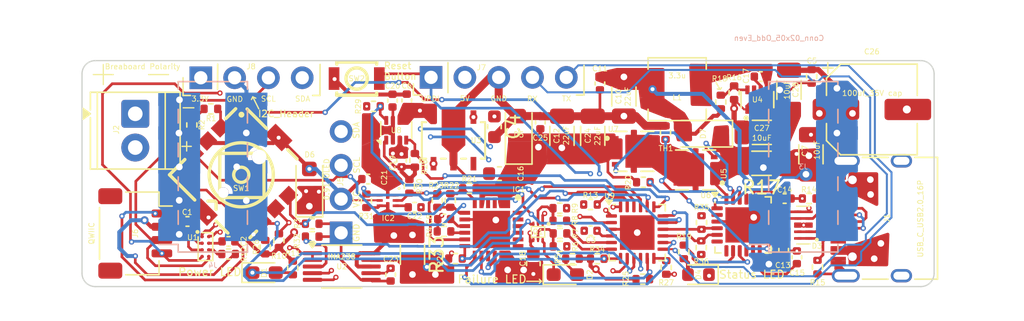
<source format=kicad_pcb>
(kicad_pcb (version 20241229) (generator "pcbnew") (generator_version "9.0")
  (layers (0 "F.Cu" signal) (4 "In1.Cu" signal) (6 "In2.Cu" signal) (2 "B.Cu" signal) (13 "F.Paste" user) (15 "B.Paste" user) (5 "F.SilkS" user "F.Silkscreen") (7 "B.SilkS" user "B.Silkscreen") (1 "F.Mask" user) (3 "B.Mask" user) (25 "Edge.Cuts" user))
  (net 0 "")
  (net 1 "Net-(U4-SS)")
  (net 2 "GND")
  (net 3 "Net-(U4-SW)")
  (net 4 "Net-(U4-BST)")
  (net 5 "/Power/VBUS")
  (net 6 "+5V")
  (net 7 "/Power/VBUS_Finale")
  (net 8 "/Power/IFB")
  (net 9 "/Power/V5V")
  (net 10 "/Power/V18")
  (net 11 "/Logic/Rail_2_IN")
  (net 12 "+3.3V")
  (net 13 "Net-(IC1-DVDT)")
  (net 14 "/Logic/Rail_2")
  (net 15 "/Power_selection/Logic_Voltage")
  (net 16 "Net-(D2-A)")
  (net 17 "Net-(IC2-CT)")
  (net 18 "Net-(D1-A)")
  (net 19 "Net-(D1-K)")
  (net 20 "Net-(D2-K)")
  (net 21 "Net-(D4-A)")
  (net 23 "Net-(IC1-OVP)")
  (net 25 "/Logic/SDA_3.3v")
  (net 29 "/Logic/SCL_3.3v")
  (net 31 "Net-(IC1-UVLO)")
  (net 32 "Net-(Q1-G1)")
  (net 34 "Net-(IC1-MODE)")
  (net 36 "/Logic/INA_ALERT")
  (net 38 "Net-(IC1-ILIM)")
  (net 39 "Net-(Q1-G2)")
  (net 40 "/Logic/SW_UP")
  (net 42 "/Logic/SW_LEFT")
  (net 43 "/Power/USB_P")
  (net 44 "/Power/CC2")
  (net 45 "/Power/USB_N")
  (net 46 "/Power/CC1")
  (net 48 "/Power/Measured_VBUS")
  (net 49 "/Logic/SW_RIGHT")
  (net 50 "/Logic/SW_DOWN")
  (net 51 "/Power/PD_LED")
  (net 52 "/Logic/SW_PRESS")
  (net 53 "Net-(U1-OE)")
  (net 54 "/Logic/UPDI")
  (net 55 "/Logic/PowerLED_EN")
  (net 56 "/Logic/Failer_EN")
  (net 57 "/Power/NTC")
  (net 58 "Net-(U4-FB)")
  (net 59 "Net-(U6-VOUT)")
  (net 62 "/Logic/PGOOD_Logic")
  (net 64 "/Logic/RX")
  (net 65 "/Logic/VBUS_SW")
  (net 66 "/Logic/LOGIC_Report")
  (net 67 "/Logic/Load_Monitor_VBUS")
  (net 68 "/Logic/PD_Int")
  (net 69 "/Logic/SCL")
  (net 70 "/Logic/LOGIC_SW")
  (net 71 "/Logic/VBUS_Fault")
  (net 72 "/Logic/SDA")
  (net 73 "/Logic/LOGIC_Selection")
  (net 75 "Net-(U6-PWR_EN)")
  (net 77 "Net-(U5-Pad5_8)")
  (net 78 "/Logic/PGOOD")
  (net 79 "/Logic/TX")
  (footprint "Capacitor_SMD:C_0402_1005Metric" (layer "F.Cu") (at 133.425 84.65 90)
    (property "Reference" "C25")
    (property "Value" "100nF")
  )
  (footprint "TPS22992S:TPS22992SRXNR" (layer "F.Cu") (at 121.96 90.52 -90)
    (property "Reference" "IC2")
    (property "Value" "TPS22992SRXNR" (hide yes))
  )
  (footprint "Capacitor_SMD:C_1206_3216Metric" (layer "F.Cu") (at 152.1 82.2 90)
    (property "Reference" "C28")
    (property "Value" "10uF")
  )
  (footprint "Capacitor_SMD:C_0402_1005Metric" (layer "F.Cu") (at 137.9 81.72 -90)
    (property "Reference" "C11")
    (property "Value" "100nF")
  )
  (footprint "Resistor_SMD:R_0402_1005Metric" (layer "F.Cu") (at 113.79 93.54 90)
    (property "Reference" "R10")
    (property "Value" "10k")
  )
  (footprint "Capacitor_SMD:C_0402_1005Metric" (layer "F.Cu") (at 152.69 94.795 90)
    (property "Reference" "C15")
    (property "Value" "100nF")
  )
  (footprint "Resistor_SMD:R_0402_1005Metric" (layer "F.Cu") (at 108.68 83.63)
    (property "Reference" "R1")
    (property "Value" "10k")
  )
  (footprint "Capacitor_SMD:C_0402_1005Metric" (layer "F.Cu") (at 137.2 92.8 180)
    (property "Reference" "C3")
    (property "Value" "100nF")
  )
  (footprint "Capacitor_SMD:C_0603_1608Metric" (layer "F.Cu") (at 129.975 84.975 -90)
    (property "Reference" "C4")
    (property "Value" "10uF")
  )
  (footprint "Resistor_SMD:R_0402_1005Metric" (layer "F.Cu") (at 124 87.5 90)
    (property "Reference" "R28")
    (property "Value" "10k")
  )
  (footprint "Resistor_SMD:R_0402_1005Metric" (layer "F.Cu") (at 120.89 83.44 180)
    (property "Reference" "R29")
    (property "Value" "10k")
  )
  (footprint "Package_SO:VSSOP-10_3x3mm_P0.5mm" (layer "F.Cu") (at 118.51 95.49)
    (property "Reference" "U2")
    (property "Value" "INA238")
  )
  (footprint "Capacitor_SMD:CP_Elec_6.3x7.7" (layer "F.Cu") (at 158.325 83.675)
    (property "Reference" "C26")
    (property "Value" "100uf_35V cap")
  )
  (footprint "TPS16630:QFN50P400X400X100-25N" (layer "F.Cu") (at 129.75 92.7 -90)
    (property "Reference" "IC1")
    (property "Value" "TPS16630RGER")
  )
  (footprint "DMC2990UDJ:SOTFL35P100X50-6N" (layer "F.Cu") (at 133.25 92.882 -90)
    (property "Reference" "Q1")
    (property "Value" "DMC2990UDJ-7" (hide yes))
  )
  (footprint "test:TRANS_AON7408" (layer "F.Cu") (at 140.45 86.825)
    (property "Reference" "U7")
    (property "Value" "AON7534")
  )
  (footprint "Capacitor_SMD:C_0402_1005Metric" (layer "F.Cu") (at 149.978494 81.2)
    (property "Reference" "C17")
    (property "Value" "100nF")
  )
  (footprint "Package_DFN_QFN:QFN-24-1EP_4x4mm_P0.5mm_EP2.6x2.6mm" (layer "F.Cu") (at 140.7 92.9375)
    (property "Reference" "U9")
    (property "Value" "ATtiny3217-M")
  )
  (footprint "Resistor_SMD:R_0402_1005Metric" (layer "F.Cu") (at 120.36 90.545 90)
    (property "Reference" "R31")
    (property "Value" "10k")
  )
  (footprint "Resistor_SMD:R_0402_1005Metric" (layer "F.Cu") (at 134.885 91.1)
    (property "Reference" "R9")
    (property "Value" "10k")
  )
  (footprint "Capacitor_SMD:C_0402_1005Metric" (layer "F.Cu") (at 151.7 94.2425 -90)
    (property "Reference" "C13")
    (property "Value" "100nF")
  )
  (footprint "Mini_Switch:KEY-SMD_B3U-1000PM" (layer "F.Cu") (at 119.63 81.35 180)
    (property "Reference" "SW2")
    (property "Value" "B3U-1000P")
  )
  (footprint "Capacitor_SMD:C_0402_1005Metric" (layer "F.Cu") (at 123.39 83 90)
    (property "Reference" "C6")
    (property "Value" "4.7uF")
  )
  (footprint "Resistor_SMD:R_0402_1005Metric" (layer "F.Cu") (at 134.885 92.05)
    (property "Reference" "R8")
    (property "Value" "100Ω")
  )
  (footprint "Resistor_SMD:R_0402_1005Metric" (layer "F.Cu") (at 147.978494 82.41 -90)
    (property "Reference" "R16")
    (property "Value" "10k")
  )
  (footprint "Resistor_SMD:R_0402_1005Metric" (layer "F.Cu") (at 144.2 94.39 -90)
    (property "Reference" "R19")
    (property "Value" "1k")
  )
  (footprint "Resistor_SMD:R_0402_1005Metric" (layer "F.Cu") (at 134.9 93)
    (property "Reference" "R7")
    (property "Value" "100Ω")
  )
  (footprint "Capacitor_SMD:C_0402_1005Metric" (layer "F.Cu") (at 151.775 90.375)
    (property "Reference" "C14")
    (property "Value" "1uF")
  )
  (footprint "LED_SMD:LED_0603_1608Metric" (layer "F.Cu") (at 145.3 96.1 180)
    (property "Reference" "D4")
    (property "Value" "Status LED")
  )
  (footprint "Capacitor_SMD:C_1206_3216Metric" (layer "F.Cu") (at 153.75 87.05 90)
    (property "Reference" "C7")
    (property "Value" "10uF")
  )
  (footprint "Resistor_SMD:R_1206_3216Metric" (layer "F.Cu") (at 150.0375 87.725 180)
    (property "Reference" "R17")
    (property "Value" "5m")
  )
  (footprint "Resistor_SMD:R_0402_1005Metric" (layer "F.Cu") (at 134.9 93.975)
    (property "Reference" "R6")
    (property "Value" "10k")
  )
  (footprint "Capacitor_SMD:C_1206_3216Metric" (layer "F.Cu") (at 150.06 85.4 180)
    (property "Reference" "C27")
    (property "Value" "10uF")
  )
  (footprint "Resistor_SMD:R_0402_1005Metric" (layer "F.Cu") (at 145.53 92.18 -90)
    (property "Reference" "R35")
    (property "Value" "10k")
  )
  (footprint "Resistor_SMD:R_0402_1005Metric" (layer "F.Cu") (at 123.59 89.455 90)
    (property "Reference" "R30")
    (property "Value" "10k")
  )
  (footprint "XC6:SOT-89-5_TOR" (layer "F.Cu") (at 126.9 86.0026)
    (property "Reference" "U3")
    (property "Value" "XC6220B331PR-G")
  )
  (footprint "Resistor_SMD:R_0402_1005Metric" (layer "F.Cu") (at 153.615 90.375 180)
    (property "Reference" "R14")
    (property "Value" "5.1k")
  )
  (footprint "Resistor_SMD:R_0402_1005Metric" (layer "F.Cu") (at 127.05 94.89 180)
    (property "Reference" "R24")
    (property "Value" "10k")
  )
  (footprint "Capacitor_SMD:C_0603_1608Metric" (layer "F.Cu") (at 130.35 88.5 180)
    (property "Reference" "C16")
    (property "Value" "1uF")
  )
  (footprint "Resistor_SMD:R_0402_1005Metric" (layer "F.Cu") (at 154.24 95.535 -90)
    (property "Reference" "R15")
    (property "Value" "5.1k")
  )
  (footprint "Connector_PinHeader_2.54mm:PinHeader_1x04_P2.54mm_Vertical" (layer "F.Cu") (at 107.92 81.29 90)
    (property "Reference" "J8")
    (property "Value" "I2C_Header")
  )
  (footprint "Capacitor_SMD:C_1206_3216Metric" (layer "F.Cu") (at 135.05 85.66 90)
    (property "Reference" "C12")
    (property "Value" "22uF")
  )
  (footprint "Resistor_SMD:R_0402_1005Metric" (layer "F.Cu") (at 145.51 94.07 -90)
    (property "Reference" "R36")
    (property "Value" "10k")
  )
  (footprint "Resistor_SMD:R_0402_1005Metric" (layer "F.Cu") (at 112.76 94.03 90)
    (property "Reference" "R26")
    (property "Value" "10k")
  )
  (footprint "Resistor_SMD:R_1206_3216Metric" (layer "F.Cu") (at 123.82 94.6 -90)
    (property "Reference" "R33")
    (property "Value" "5m")
  )
  (footprint "Resistor_SMD:R_0402_1005Metric" (layer "F.Cu") (at 126.66 90.52 90)
    (property "Reference" "R22")
    (property "Value" "150k")
  )
  (footprint "Resistor_SMD:R_0402_1005Metric" (layer "F.Cu") (at 137.19 90.825 180)
    (property "Reference" "R13")
    (property "Value" "10k")
  )
  (footprint "Resistor_SMD:R_0402_1005Metric" (layer "F.Cu") (at 142.825 85.415 90)
    (property "Reference" "TH1")
    (property "Value" "Thermistor_NTC_10k_0402")
  )
  (footprint "Capacitor_SMD:C_0402_1005Metric" (layer "F.Cu") (at 120.5 88.91)
    (property "Reference" "C21")
    (property "Value" "1uF")
  )
  (footprint "Resistor_SMD:R_0402_1005Metric" (layer "F.Cu") (at 116.29 93.24 180)
    (property "Reference" "R32")
    (property "Value" "10k")
  )
  (footprint "Resistor_SMD:R_0402_1005Metric" (layer "F.Cu") (at 125.69 90.52 -90)
    (property "Reference" "R23")
    (property "Value" "20k")
  )
  (footprint "test:TRANS_AON7408" (layer "F.Cu") (at 145.085 88.225 180)
    (property "Reference" "U5")
    (property "Value" "AON7534")
  )
  (footprint "Resistor_SMD:R_0402_1005Metric" (layer "F.Cu") (at 137.7 94.9)
    (property "Reference" "R34")
    (property "Value" "10k")
  )
  (footprint "TPD4E05U06DQAR:IC_TPD4E05U06DQAR" (layer "F.Cu") (at 153.1825 92.375 180)
    (property "Reference" "D3")
    (property "Value" "TPD4E05U06DQAR")
  )
  (footprint "LED_SMD:LED_0603_1608Metric_Pad1.05x0.95mm_HandSolder" (layer "F.Cu") (at 112.675 95.95)
    (property "Reference" "D1")
    (property "Value" "Power LED")
  )
  (footprint "Package_DFN_QFN:QFN-24-1EP_4x4mm_P0.5mm_EP2.65x2.65mm" (layer "F.Cu") (at 148.65 92.36)
    (property "Reference" "U6")
    (property "Value" "AP33772S")
  )
  (footprint "Resistor_SMD:R_0402_1005Metric" (layer "F.Cu") (at 141.12 96.44)
    (property "Reference" "R25")
    (property "Value" "10k")
  )
  (footprint "Capacitor_SMD:C_0603_1608Metric" (layer "F.Cu") (at 132.9 95.275 90)
    (property "Reference" "C18")
    (property "Value" "1uF")
  )
  (footprint "Capacitor_SMD:C_0402_1005Metric" (layer "F.Cu") (at 110 93.6)
    (property "Reference" "C2")
    (property "Value" "100nF")
  )
  (footprint "TPS62933PDRLR:SOFL50P160X60-8N" (layer "F.Cu") (at 149.728494 82.935 90)
    (property "Reference" "U4")
    (property "Value" "TPS62933DRLR")
  )
  (footprint "Connector_JST:JST_SH_SM04B-SRSS-TB_1x04-1MP_P1.00mm_Horizontal" (layer "F.Cu") (at 103 93 -90)
    (property "Reference" "J6")
    (property "Value" "QWIIC")
  )
  (footprint "Capacitor_SMD:C_1206_3216Metric" (layer "F.Cu") (at 137.36 85.66 90)
    (property "Reference" "C24")
    (property "Value" "22uF")
  )
  (footprint "Connector_USB:USB_C_Receptacle_XKB_U262-16XN-4BVC11" (layer "F.Cu") (at 159.47 91.86 90)
    (property "Reference" "J1")
    (property "Value" "USB_C_USB2.0_16P")
  )
  (footprint "Capacitor_SMD:C_0402_1005Metric" (layer "F.Cu") (at 123.98 91.03)
    (property "Reference" "C22")
    (property "Value" "1nF")
  )
  (footprint "Resistor_SMD:R_0402_1005Metric" (layer "F.Cu") (at 153.8 81.19 90)
    (property "Reference" "C5")
    (property "Value" "33nF")
  )
  (footprint "Capacitor_SMD:C_0402_1005Metric" (layer "F.Cu") (at 126.2 91.92)
    (property "Reference" "C8")
    (property "Value" "22nF")
  )
  (footprint "Capacitor_SMD:C_0402_1005Metric" (layer "F.Cu") (at 122.18 96.1 -90)
    (property "Reference" "C23")
    (property "Value" "100nF")
  )
  (footprint "Resistor_SMD:R_0402_1005Metric" (layer "F.Cu") (at 135.84 94.9)
    (property "Reference" "R5")
    (property "Value" "470Ω")
  )
  (footprint "Inductor_SMD:L_Changjiang_FXL0420" (layer "F.Cu") (at 143.7 82.15 180)
    (property "Reference" "L1")
    (property "Value" "3.3u")
  )
  (footprint "Resistor_SMD:R_0402_1005Metric" (layer "F.Cu") (at 116.29 92.27 180)
    (property "Reference" "R3")
    (property "Value" "10k")
  )
  (footprint "Diode_SMD:D_SOD-123F" (layer "F.Cu") (at 145.65 85.5 180)
    (property "Reference" "D7")
    (property "Value" "PMEG6020ER")
  )
  (footprint "Capacitor_SMD:C_0402_1005Metric" (layer "F.Cu") (at 106.92 92.1)
    (property "Reference" "C1")
    (property "Value" "100nF")
  )
  (footprint "Package_TO_SOT_SMD:SOT-583-8" (layer "F.Cu") (at 122.6 85.24 90)
    (property "Reference" "U8")
    (property "Value" "TPS2117DRL")
  )
  (footprint "Capacitor_SMD:C_1206_3216Metric" (layer "F.Cu") (at 139.7 82.7 -90)
    (property "Reference" "C10")
    (property "Value" "22uF")
  )
  (footprint "Resistor_SMD:R_0402_1005Metric" (layer "F.Cu") (at 107.25 84.84 -90)
    (property "Reference" "R2")
    (property "Value" "10k")
  )
  (footprint "Resistor_SMD:R_0402_1005Metric" (layer "F.Cu") (at 128.1 89.6)
    (property "Reference" "R21")
    (property "Value" "330k")
  )
  (footprint "LED_SMD:LED_0603_1608Metric_Pad1.05x0.95mm_HandSolder" (layer "F.Cu") (at 135.3 96.1)
    (property "Reference" "D2")
    (property "Value" "Failure LED")
  )
  (footprint "Resistor_SMD:R_0402_1005Metric" (layer "F.Cu") (at 141.16 89.15 180)
    (property "Reference" "R20")
    (property "Value" "27R")
  )
  (footprint "Diode_SMD:D_SOD-123F" (layer "F.Cu") (at 131.8 85.575 90)
    (property "Reference" "D5")
    (property "Value" "PMEG6020ER")
  )
  (footprint "Diode_SMD:D_SOD-123F" (layer "F.Cu") (at 116.075 89.55 90)
    (property "Reference" "D6")
    (property "Value" "PMEG6020ER")
  )
  (footprint "Capacitor_SMD:C_0402_1005Metric" (layer "F.Cu") (at 123 87.51 90)
    (property "Reference" "C19")
    (property "Value" "10uF")
  )
  (footprint "Resistor_SMD:R_0402_1005Metric" (layer "F.Cu") (at 142.88 95.56 -90)
    (property "Reference" "R27")
    (property "Value" "22k")
  )
  (footprint "TerminalBlock_TE-Connectivity:TerminalBlock_TE_282834-2_1x02_P2.54mm_Horizontal" (layer "F.Cu") (at 103 84 -90)
    (property "Reference" "J2")
    (property "Value" "Conn_01x02_Pin")
  )
  (footprint "Resistor_SMD:R_0402_1005Metric" (layer "F.Cu") (at 126.19 92.85 180)
    (property "Reference" "R4")
    (property "Value" "3.3k")
  )
  (footprint "Resistor_SMD:R_0402_1005Metric" (layer "F.Cu") (at 110.01 94.55 180)
    (property "Reference" "R12")
    (property "Value" "10k")
  )
  (footprint "Connector_PinHeader_2.54mm:PinHeader_1x05_P2.54mm_Vertical" (layer "F.Cu") (at 125.215 81.26 90)
    (property "Reference" "J7")
    (property "Value" "Conn_01x05")
  )
  (footprint "test:SSD1306-0.91-OLED-4pin-128x32" (layer "F.Cu") (at 154.96 95.145 180)
    (property "Reference" "J5")
    (property "Value" "0.91 OLED")
  )
  (footprint "Capacitor_SMD:C_0402_1005Metric" (layer "F.Cu") (at 122.32 83.01 -90)
    (property "Reference" "C20")
    (property "Value" "100nF")
  )
  (footprint "tc006:SW-SMD_GT-TC0060-H050-L1" (layer "F.Cu") (at 110.96 88.59 -45)
    (property "Reference" "SW1")
    (property "Value" "GT-TC0060-H050-L1")
  )
  (footprint "Library:TCA9406" (layer "F.Cu") (at 108.27 93.99)
    (property "Reference" "U1")
    (property "Value" "TCA9406DC")
  )
  (footprint "Resistor_SMD:R_0402_1005Metric" (layer "F.Cu") (at 146.978494 83.11 90)
    (property "Reference" "R18")
    (property "Value" "52.3k")
  )
  (footprint "Resistor_SMD:R_0402_1005Metric" (layer "F.Cu") (at 114.83 95.6025 90)
    (property "Reference" "R11")
    (property "Value" "470Ω")
  )
  (footprint "Connector_PinHeader_2.54mm:PinHeader_2x05_P2.54mm_Vertical_SMD" (layer "B.Cu") (at 108.825 87.99)
    (property "Reference" "J4")
    (property "Value" "Conn_02x05_Odd_Even")
  )
  (footprint "Connector_PinHeader_2.54mm:PinHeader_2x05_P2.54mm_Vertical_SMD" (layer "B.Cu") (at 153.175 87.99)
    (property "Reference" "J3")
    (property "Value" "Conn_02x05_Odd_Even")
  )
  (gr_line (start 107.4 83.55) (end 106.6 83.55) (stroke (width 0.1)) (layer "F.SilkS"))
  (gr_line (start 100.6 81.8) (end 100.6 80.3) (stroke (width 0.1)) (layer "F.SilkS"))
  (gr_line (start 99.85 81.05) (end 101.35 81.05) (stroke (width 0.1)) (layer "F.SilkS"))
  (gr_line (start 146.928494 82.17) (end 146.718494 82.13) (stroke (width 0.1)) (layer "F.SilkS"))
  (gr_line (start 106.86 86.1) (end 106.86 86.8) (stroke (width 0.1)) (layer "F.SilkS"))
  (gr_line (start 104 81.05) (end 105.5 81.05) (stroke (width 0.1)) (layer "F.SilkS"))
  (gr_line (start 133.5 96.6) (end 133.35 96.45) (stroke (width 0.1)) (layer "F.SilkS"))
  (gr_line (start 146.928494 82.17) (end 147.028494 82.04) (stroke (width 0.1)) (layer "F.SilkS"))
  (gr_line (start 107.21 86.45) (end 106.51 86.45) (stroke (width 0.1)) (layer "F.SilkS"))
  (gr_line (start 133.5 96.6) (end 133.35 96.75) (stroke (width 0.1)) (layer "F.SilkS"))
  (gr_line (start 111.825 82.725) (end 112.05 82.825) (stroke (width 0.1)) (layer "F.SilkS"))
  (gr_line (start 132.4 96.6) (end 133.5 96.6) (stroke (width 0.1)) (layer "F.SilkS"))
  (gr_line (start 111.825 82.725) (end 111.725 82.925) (stroke (width 0.1)) (layer "F.SilkS"))
  (gr_line (start 112.275 83.625) (end 111.825 82.725) (stroke (width 0.1)) (layer "F.SilkS"))
  (gr_line (start 146.628494 81.66) (end 146.928494 82.17) (stroke (width 0.1)) (layer "F.SilkS"))
  (gr_line (start 162.0001 97) (end 100 97) (stroke (width 0.1)) (layer "Edge.Cuts"))
  (gr_line (start 99.000002 96) (end 98.999999 81) (stroke (width 0.1)) (layer "Edge.Cuts"))
  (gr_arc (start 100 97) (mid 99.29288 96.707109) (end 98.999962 96) (stroke (width 0.1)) (layer "Edge.Cuts"))
  (gr_line (start 163 81) (end 163 96) (stroke (width 0.1)) (layer "Edge.Cuts"))
  (gr_arc (start 99 81) (mid 99.292864 80.292864) (end 100 80) (stroke (width 0.1)) (layer "Edge.Cuts"))
  (gr_line (start 100 80) (end 162 80) (stroke (width 0.1)) (layer "Edge.Cuts"))
  (gr_arc (start 163 96) (mid 162.707136 96.707136) (end 162 97) (stroke (width 0.1)) (layer "Edge.Cuts"))
  (gr_arc (start 162 80) (mid 162.707107 80.292893) (end 163 81) (stroke (width 0.1)) (layer "Edge.Cuts"))
  (gr_text "Reset\nButton" (at 121.63 80.79 0) (layer "F.SilkS") (effects (font (size 0.5 0.5) (thickness 0.08)) (justify left)))
  (gr_text "3.3V" (at 107.87 82.875 0) (layer "F.SilkS") (effects (font (size 0.4 0.4) (thickness 0.06))))
  (gr_text "RX" (at 132.82 82.88 0) (layer "F.SilkS") (effects (font (size 0.4 0.4) (thickness 0.06))))
  (gr_text "GND" (at 130.3 82.86 0) (layer "F.SilkS") (effects (font (size 0.4 0.4) (thickness 0.06))))
  (gr_text "GND" (at 110.475 82.9 0) (layer "F.SilkS") (effects (font (size 0.4 0.4) (thickness 0.06))))
  (gr_text "10uF" (at 154.2 86.725 90) (layer "F.SilkS") (effects (font (size 0.4 0.4) (thickness 0.06))))
  (gr_text "5V" (at 127.75 82.85 0) (layer "F.SilkS") (effects (font (size 0.4 0.4) (thickness 0.06))))
  (gr_text "TX" (at 135.39 82.86 0) (layer "F.SilkS") (effects (font (size 0.4 0.4) (thickness 0.06))))
  (gr_text "SDA" (at 115.575 82.875 0) (layer "F.SilkS") (effects (font (size 0.4 0.4) (thickness 0.06))))
  (gr_text "UPDI" (at 125.15 82.875 0) (layer "F.SilkS") (effects (font (size 0.4 0.4) (thickness 0.06))))
  (gr_text "Breaboard Polarity" (at 103.55 80.45 0) (layer "F.SilkS") (effects (font (size 0.4 0.4) (thickness 0.06))))
  (gr_text "SCL" (at 113 82.875 0) (layer "F.SilkS") (effects (font (size 0.4 0.4) (thickness 0.06))))
  (segment (start 152.714588 81.7) (end 153.8 81.7) (width 0.15) (layer "F.Cu") (net 1))
  (segment (start 149.478494 82.58) (end 149.708494 82.81) (width 0.15) (layer "F.Cu") (net 1))
  (segment (start 149.708494 82.81) (end 151.604588 82.81) (width 0.15) (layer "F.Cu") (net 1))
  (segment (start 149.478494 82.2) (end 149.478494 82.58) (width 0.15) (layer "F.Cu") (net 1))
  (segment (start 151.604588 82.81) (end 152.714588 81.7) (width 0.15) (layer "F.Cu") (net 1))
  (segment (start 107.45 92.1) (end 108.152786 91.397214) (width 0.2) (layer "F.Cu") (net 2))
  (segment (start 119.131 82.551) (end 123.359 82.551) (width 0.3) (layer "F.Cu") (net 2))
  (segment (start 108.41495 86.060051) (end 108.554899 86.2) (width 0.3) (layer "F.Cu") (net 2))
  (segment (start 126.54 94.89) (end 126.76 94.67) (width 0.2) (layer "F.Cu") (net 2))
  (segment (start 129.405 88.67) (end 129.575 88.5) (width 0.2) (layer "F.Cu") (net 2))
  (segment (start 105.102786 91.397214) (end 105 91.5) (width 0.2) (layer "F.Cu") (net 2))
  (segment (start 131.57 84.17) (end 131.55 84.15) (width 0.6) (layer "F.Cu") (net 2))
  (segment (start 125.737673 91.92) (end 126.009718 91.647955) (width 0.2) (layer "F.Cu") (net 2))
  (segment (start 127.8148 88.67) (end 129.405 88.67) (width 0.2) (layer "F.Cu") (net 2))
  (segment (start 142.88 96.07) (end 143.49 96.07) (width 0.2) (layer "F.Cu") (net 2))
  (segment (start 126.9 84.025603) (end 129.665603 81.26) (width 0.6) (layer "F.Cu") (net 2))
  (segment (start 141.33 84.905) (end 142.825 84.905) (width 0.6) (layer "F.Cu") (net 2))
  (segment (start 130.04 91.95) (end 130.08 91.99) (width 0.2) (layer "F.Cu") (net 2))
  (segment (start 141.2625 84.8375) (end 140.6 84.175) (width 0.6) (layer "F.Cu") (net 2))
  (segment (start 155.81 88.11) (end 155.81 88.515) (width 0.6) (layer "F.Cu") (net 2))
  (segment (start 123 88.355) (end 123.59 88.945) (width 0.3) (layer "F.Cu") (net 2))
  (segment (start 138.7625 92.6875) (end 140.45 92.6875) (width 0.2) (layer "F.Cu") (net 2))
  (segment (start 132.66 93.624) (end 132.7 93.664) (width 0.2) (layer "F.Cu") (net 2))
  (segment (start 133.6 91.647289) (end 133.747262 91.500027) (width 0.2) (layer "F.Cu") (net 2))
  (segment (start 137.9 82.2) (end 137.9 83.645) (width 0.2) (layer "F.Cu") (net 2))
  (segment (start 127.8148 88.67) (end 126.9 87.7552) (width 0.2) (layer "F.Cu") (net 2))
  (segment (start 148.978494 83.67) (end 148.978494 83.34) (width 0.15) (layer "F.Cu") (net 2))
  (segment (start 132.7 93.9) (end 132.9 94.1) (width 0.2) (layer "F.Cu") (net 2))
  (segment (start 155.8 94.91) (end 155.8 95.21) (width 0.2) (layer "F.Cu") (net 2))
  (segment (start 103.7339 96.501) (end 102 94.7671) (width 0.2) (layer "F.Cu") (net 2))
  (segment (start 148.978494 83.34) (end 149.254494 83.064) (width 0.15) (layer "F.Cu") (net 2))
  (segment (start 147.978494 84.778494) (end 147.978494 83.6) (width 0.4) (layer "F.Cu") (net 2))
  (segment (start 121.7 87.189943) (end 122.500057 87.99) (width 0.2) (layer "F.Cu") (net 2))
  (segment (start 132.9 93.464) (end 132.7 93.664) (width 0.2) (layer "F.Cu") (net 2))
  (segment (start 132.66 92.97) (end 132.66 93.624) (width 0.2) (layer "F.Cu") (net 2))
  (segment (start 121.7 86.13) (end 121.7 87.189943) (width 0.2) (layer "F.Cu") (net 2))
  (segment (start 108.554899 86.2) (end 113.366169 86.2) (width 0.3) (layer "F.Cu") (net 2))
  (segment (start 123 87.99) (end 123 88.355) (width 0.3) (layer "F.Cu") (net 2))
  (segment (start 114.848909 94.078909) (end 115.068909 94.078909) (width 0.2) (layer "F.Cu") (net 2))
  (segment (start 130.295 81.26) (end 130.295 82.895) (width 0.6) (layer "F.Cu") (net 2))
  (segment (start 153.75 85.575) (end 153.75 85.3325) (width 0.2) (layer "F.Cu") (net 2))
  (segment (start 125.72 92.81) (end 125.68 92.85) (width 0.2) (layer "F.Cu") (net 2))
  (segment (start 153.755 80.725) (end 153.8 80.68) (width 0.4) (layer "F.Cu") (net 2))
  (segment (start 155.8 88.81) (end 155.8 88.51) (width 0.2) (layer "F.Cu") (net 2))
  (segment (start 111.091 94.91934) (end 109.50934 96.501) (width 0.2) (layer "F.Cu") (net 2))
  (segment (start 152.255 90.375) (end 153.105 90.375) (width 0.2) (layer "F.Cu") (net 2))
  (segment (start 140.6 84.175) (end 139.7 84.175) (width 0.6) (layer "F.Cu") (net 2))
  (segment (start 146.7 92.11) (end 148.4 92.11) (width 0.2) (layer "F.Cu") (net 2))
  (segment (start 153.8 80.68) (end 154.3 80.68) (width 0.4) (layer "F.Cu") (net 2))
  (segment (start 149.254494 83.064) (end 150.230496 83.064) (width 0.15) (layer "F.Cu") (net 2))
  (segment (start 107.4 93.4) (end 107.4 92.1) (width 0.2) (layer "F.Cu") (net 2))
  (segment (start 116.31 94.49) (end 116.31 94.99) (width 0.2) (layer "F.Cu") (net 2))
  (segment (start 124 88.01) (end 124 88.535) (width 0.3) (layer "F.Cu") (net 2))
  (segment (start 130.295 82.895) (end 131.575 84.175) (width 0.6) (layer "F.Cu") (net 2))
  (segment (start 150.230496 83.064) (end 150.478494 83.311998) (width 0.15) (layer "F.Cu") (net 2))
  (segment (start 152.1075 94.315) (end 151.7 94.7225) (width 0.2) (layer "F.Cu") (net 2))
  (segment (start 152.69 94.315) (end 152.1075 94.315) (width 0.2) (layer "F.Cu") (net 2))
  (segment (start 123 87.99) (end 123.98 87.99) (width 0.3) (layer "F.Cu") (net 2))
  (segment (start 131.55 84.175) (end 129.975 85.75) (width 0.6) (layer "F.Cu") (net 2))
  (segment (start 137.9 83.645) (end 137.36 84.185) (width 0.2) (layer "F.Cu") (net 2))
  (segment (start 110.48 93.6) (end 110.51034 93.6) (width 0.2) (layer "F.Cu") (net 2))
  (segment (start 155.81 95.62) (end 156.375 96.185) (width 0.6) (layer "F.Cu") (net 2))
  (segment (start 123.98 87.99) (end 124 88.01) (width 0.3) (layer "F.Cu") (net 2))
  (segment (start 102 94.7671) (end 102 91.7) (width 0.2) (layer "F.Cu") (net 2))
  (segment (start 108.152786 91.397214) (end 108.152786 91.452786) (width 0.2) (layer "F.Cu") (net 2))
  (segment (start 132.9 94.1) (end 132.9 94.5) (width 0.2) (layer "F.Cu") (net 2))
  (segment (start 135.05 84.185) (end 133.44 84.185) (width 0.6) (layer "F.Cu") (net 2))
  (segment (start 156.375 87.545) (end 155.81 88.11) (width 0.6) (layer "F.Cu") (net 2))
  (segment (start 125.72 91.92) (end 125.72 92.81) (width 0.2) (layer "F.Cu") (net 2))
  (segment (start 111.091 94.18066) (end 111.091 94.91934) (width 0.2) (layer "F.Cu") (net 2))
  (segment (start 131.805 84.17) (end 131.8 84.175) (width 0.6) (layer "F.Cu") (net 2))
  (segment (start 133.44 84.185) (end 133.425 84.17) (width 0.6) (layer "F.Cu") (net 2))
  (segment (start 148.978494 83.67) (end 148.728494 83.67) (width 0.15) (layer "F.Cu") (net 2))
  (segment (start 115.068909 94.078909) (end 115.48 94.49) (width 0.2) (layer "F.Cu") (net 2))
  (segment (start 114.847818 94.08) (end 114.848909 94.078909) (width 0.2) (layer "F.Cu") (net 2))
  (segment (start 150.478494 83.311998) (end 150.478494 83.67) (width 0.15) (layer "F.Cu") (net 2))
  (segment (start 135.05 84.185) (end 139.69 84.185) (width 0.6) (layer "F.Cu") (net 2))
  (segment (start 117.93 81.35) (end 117.97 81.39) (width 0.3) (layer "F.Cu") (net 2))
  (segment (start 122.500057 87.99) (end 123 87.99) (width 0.2) (layer "F.Cu") (net 2))
  (segment (start 118.929 90.509) (end 118.46 90.04) (width 0.15) (layer "F.Cu") (net 2))
  (segment (start 156.23 96.045) (end 156.365 96.18) (width 0.2) (layer "F.Cu") (net 2))
  (segment (start 133.6 92.3) (end 133.6 91.647289) (width 0.2) (layer "F.Cu") (net 2))
  (segment (start 129.665603 81.26) (end 130.295 81.26) (width 0.6) (layer "F.Cu") (net 2))
  (segment (start 121.81 95.99) (end 122.18 95.62) (width 0.2) (layer "F.Cu") (net 2))
  (segment (start 152.1 80.725) (end 153.755 80.725) (width 0.4) (layer "F.Cu") (net 2))
  (segment (start 148.585 85.4) (end 148.585 85.385) (width 0.4) (layer "F.Cu") (net 2))
  (segment (start 126.76 94.67) (end 126.76 94.48) (width 0.2) (layer "F.Cu") (net 2))
  (segment (start 115.48 94.49) (end 116.31 94.49) (width 0.2) (layer "F.Cu") (net 2))
  (segment (start 121.85 85.98) (end 121.7 86.13) (width 0.2) (layer "F.Cu") (net 2))
  (segment (start 114.597818 94.08) (end 114.847818 94.08) (width 0.2) (layer "F.Cu") (net 2))
  (segment (start 107.74 93.74) (end 107.4 93.4) (width 0.2) (layer "F.Cu") (net 2))
  (segment (start 108.02 93.74) (end 107.74 93.74) (width 0.2) (layer "F.Cu") (net 2))
  (segment (start 109.50934 96.501) (end 103.7339 96.501) (width 0.2) (layer "F.Cu") (net 2))
  (segment (start 154.3 80.68) (end 155.7 82.08) (width 0.4) (layer "F.Cu") (net 2))
  (segment (start 141.337 84.912) (end 141.2625 84.8375) (width 0.6) (layer "F.Cu") (net 2))
  (segment (start 118.89 90.04) (end 118.46 90.04) (width 0.3) (layer "F.Cu") (net 2))
  (segment (start 124 88.535) (end 123.59 88.945) (width 0.3) (layer "F.Cu") (net 2))
  (segment (start 108.152786 91.397214) (end 105.102786 91.397214) (width 0.2) (layer "F.Cu") (net 2))
  (segment (start 148.728494 83.67) (end 147.978494 82.92) (width 0.15) (layer "F.Cu") (net 2))
  (segment (start 113.366169 86.2) (end 113.767748 85.798421) (width 0.3) (layer "F.Cu") (net 2))
  (segment (start 121.36 90.52) (end 121.349 90.509) (width 0.15) (layer "F.Cu") (net 2))
  (segment (start 154.24 96.045) (end 156.23 96.045) (width 0.2) (layer "F.Cu") (net 2))
  (segment (start 117.97 81.39) (end 119.131 82.551) (width 0.3) (layer "F.Cu") (net 2))
  (segment (start 127.75 91.95) (end 130.04 91.95) (width 0.2) (layer "F.Cu") (net 2))
  (segment (start 155.81 95.215) (end 155.81 95.62) (width 0.6) (layer "F.Cu") (net 2))
  (segment (start 148.585 85.385) (end 147.978494 84.778494) (width 0.4) (layer "F.Cu") (net 2))
  (segment (start 126.9 87.7552) (end 126.9 84.025603) (width 0.6) (layer "F.Cu") (net 2))
  (segment (start 121.349 90.509) (end 118.929 90.509) (width 0.15) (layer "F.Cu") (net 2))
  (segment (start 147.978494 83.6) (end 147.978494 82.92) (width 0.4) (layer "F.Cu") (net 2))
  (segment (start 113.767748 85.798421) (end 116.075 88.105673) (width 0.3) (layer "F.Cu") (net 2))
  (segment (start 131.575 84.175) (end 131.8 84.175) (width 0.6) (layer "F.Cu") (net 2))
  (segment (start 120.02 88.91) (end 118.89 90.04) (width 0.3) (layer "F.Cu") (net 2))
  (segment (start 153.2 92.375) (end 153.6 92.375) (width 0.2) (layer "F.Cu") (net 2))
  (segment (start 125.72 91.92) (end 125.737673 91.92) (width 0.2) (layer "F.Cu") (net 2))
  (segment (start 139.69 84.185) (end 139.7 84.175) (width 0.6) (layer "F.Cu") (net 2))
  (segment (start 131.8 84.175) (end 131.55 84.175) (width 0.6) (layer "F.Cu") (net 2))
  (segment (start 141.2625 84.8375) (end 141.33 84.905) (width 0.6) (layer "F.Cu") (net 2))
  (segment (start 116.075 88.105673) (end 116.075 88.15) (width 0.3) (layer "F.Cu") (net 2))
  (segment (start 108.152786 91.452786) (end 108.5 91.8) (width 0.2) (layer "F.Cu") (net 2))
  (segment (start 120.71 95.99) (end 121.81 95.99) (width 0.2) (layer "F.Cu") (net 2))
  (segment (start 123.359 82.551) (end 123.39 82.52) (width 0.3) (layer "F.Cu") (net 2))
  (segment (start 140.45 92.6875) (end 140.7 92.9375) (width 0.2) (layer "F.Cu") (net 2))
  (segment (start 110.51034 93.6) (end 111.091 94.18066) (width 0.2) (layer "F.Cu") (net 2))
  (segment (start 152.765 92.375) (end 153.2 92.375) (width 0.2) (layer "F.Cu") (net 2))
  (segment (start 132.7 93.664) (end 132.7 93.9) (width 0.2) (layer "F.Cu") (net 2))
  (segment (start 133.425 84.17) (end 131.805 84.17) (width 0.6) (layer "F.Cu") (net 2))
  (segment (start 148.4 92.11) (end 148.65 92.36) (width 0.2) (layer "F.Cu") (net 2))
  (via (at 160.95 83.675) (size 1.2) (drill 0.6) (layers "F.Cu" "B.Cu") (remove_unused_layers yes) (zone_layer_connections "In2.Cu") (net 2))
  (via (at 133.747262 91.500027) (size 0.4) (drill 0.2) (layers "F.Cu" "B.Cu") (remove_unused_layers yes) (zone_layer_connections "In2.Cu") (net 2))
  (via (at 153.75 85.575) (size 0.6) (drill 0.3) (layers "F.Cu" "B.Cu") (remove_unused_layers yes) (zone_layer_connections "In2.Cu") (net 2))
  (via (at 153.2 92.375) (size 0.4) (drill 0.2) (layers "F.Cu" "B.Cu") (remove_unused_layers yes) (zone_layer_connections "In2.Cu") (net 2))
  (via (at 102 91.7) (size 0.4) (drill 0.2) (layers "F.Cu" "B.Cu") (remove_unused_layers yes) (zone_layer_connections "In2.Cu") (net 2))
  (via (at 146.1 96.19) (size 0.6) (drill 0.3) (layers "F.Cu" "B.Cu") (remove_unused_layers yes) (zone_layer_connections "In2.Cu") (net 2))
  (via (at 147.978494 83.6) (size 0.6) (drill 0.3) (layers "F.Cu" "B.Cu") (remove_unused_layers yes) (zone_layer_connections "In2.Cu") (net 2))
  (via (at 104.5 91.5) (size 0.4) (drill 0.2) (layers "F.Cu" "B.Cu") (remove_unused_layers yes) (zone_layer_connections "In2.Cu") (net 2))
  (via (at 135.41 93.97) (size 0.4) (drill 0.2) (layers "F.Cu" "B.Cu") (remove_unused_layers yes) (zone_layer_connections "In2.Cu") (net 2))
  (via (at 122.18 95.62) (size 0.4) (drill 0.2) (layers "F.Cu" "B.Cu") (remove_unused_layers yes) (zone_layer_connections "In2.Cu") (net 2))
  (via (at 155.7 82.08) (size 1) (drill 0.5) (layers "F.Cu" "B.Cu") (remove_unused_layers yes) (zone_layer_connections "In2.Cu" "B.Cu") (net 2))
  (via (at 111.88 93.07) (size 0.6) (drill 0.3) (layers "F.Cu" "B.Cu") (remove_unused_layers yes) (zone_layer_connections "In2.Cu" "B.Cu") (net 2))
  (via (at 136.72 92.8) (size 0.4) (drill 0.2) (layers "F.Cu" "B.Cu") (remove_unused_layers yes) (zone_layer_connections "In2.Cu") (net 2))
  (via (at 149.45 91.79) (size 1) (drill 0.5) (layers "F.Cu" "B.Cu") (remove_unused_layers yes) (zone_layer_connections "In2.Cu") (net 2))
  (via (at 114.597818 94.08) (size 0.4) (drill 0.2) (layers "F.Cu" "B.Cu") (remove_unused_layers yes) (zone_layer_connections "In2.Cu") (net 2))
  (via (at 130.08 91.99) (size 1) (drill 0.5) (layers "F.Cu" "B.Cu") (remove_unused_layers yes) (zone_layer_connections "In2.Cu") (net 2))
  (via (at 108.5 91.8) (size 0.6) (drill 0.3) (layers "F.Cu" "B.Cu") (remove_unused_layers yes) (zone_layer_connections "In2.Cu") (net 2))
  (via (at 139.7 84.175) (size 1) (drill 0.5) (layers "F.Cu" "B.Cu") (remove_unused_layers yes) (zone_layer_connections "In2.Cu") (net 2))
  (via (at 116.075 88.15) (size 0.6) (drill 0.3) (layers "F.Cu" "B.Cu") (remove_unused_layers yes) (zone_layer_connections "In2.Cu") (net 2))
  (via (at 110.62 87.99) (size 1) (drill 0.5) (layers "F.Cu" "B.Cu") (remove_unused_layers yes) (zone_layer_connections "In2.Cu" "B.Cu") (net 2))
  (via (at 155.7 85.45) (size 1) (drill 0.5) (layers "F.Cu" "B.Cu") (remove_unused_layers yes) (zone_layer_connections "In2.Cu" "B.Cu") (net 2))
  (via (at 123 87.99) (size 0.4) (drill 0.2) (layers "F.Cu" "B.Cu") (remove_unused_layers yes) (zone_layer_connections "In2.Cu") (net 2))
  (via (at 140.7 92.9375) (size 1) (drill 0.5) (layers "F.Cu" "B.Cu") (remove_unused_layers yes) (zone_layer_connections "In2.Cu") (net 2))
  (via (at 132.66 92.97) (size 0.4) (drill 0.2) (layers "F.Cu" "B.Cu") (remove_unused_layers yes) (zone_layer_connections "In2.Cu") (net 2))
  (via (at 126.76 94.48) (size 0.4) (drill 0.2) (layers "F.Cu" "B.Cu") (remove_unused_layers yes) (zone_layer_connections "In2.Cu") (net 2))
  (via (at 124.46 91.03) (size 0.4) (drill 0.2) (layers "F.Cu" "B.Cu") (remove_unused_layers yes) (zone_layer_connections "In2.Cu") (net 2))
  (via (at 153.1 90.375) (size 0.4) (drill 0.2) (layers "F.Cu" "B.Cu") (remove_unused_layers yes) (zone_layer_connections "In2.Cu") (net 2))
  (via (at 111.34 85.44) (size 1) (drill 0.5) (layers "F.Cu" "B.Cu") (remove_unused_layers yes) (zone_layer_connections "In2.Cu" "B.Cu") (net 2))
  (via (at 117.97 81.39) (size 0.6) (drill 0.3) (layers "F.Cu" "B.Cu") (remove_unused_layers yes) (zone_layer_connections "In2.Cu") (net 2))
  (via (at 135.395314 91.100314) (size 0.4) (drill 0.2) (layers "F.Cu" "B.Cu") (remove_unused_layers yes) (zone_layer_connections "In2.Cu") (net 2))
  (via (at 152.69 94.315) (size 0.4) (drill 0.2) (layers "F.Cu" "B.Cu") (remove_unused_layers yes) (zone_layer_connections "In2.Cu") (net 2))
  (via (at 126.009718 91.647955) (size 0.4) (drill 0.2) (layers "F.Cu" "B.Cu") (remove_unused_layers yes) (zone_layer_connections "In2.Cu") (net 2))
  (via (at 111.34 90.53) (size 1) (drill 0.5) (layers "F.Cu" "B.Cu") (remove_unused_layers yes) (zone_layer_connections "In2.Cu" "B.Cu") (net 2))
  (via (at 113.767748 85.798421) (size 0.6) (drill 0.3) (layers "F.Cu" "B.Cu") (remove_unused_layers yes) (zone_layer_connections "In2.Cu") (net 2))
  (via (at 143.49 96.07) (size 0.4) (drill 0.2) (layers "F.Cu" "B.Cu") (remove_unused_layers yes) (zone_layer_connections "In2.Cu") (net 2))
  (segment (start 111.35 82.18) (end 110.46 81.29) (width 0.3) (layer "B.Cu") (net 2))
  (segment (start 118.46 90.04) (end 116.57 88.15) (width 0.3) (layer "B.Cu") (net 2))
  (segment (start 116.57 88.15) (end 116.075 88.15) (width 0.3) (layer "B.Cu") (net 2))
  (segment (start 111.35 82.91) (end 111.35 82.18) (width 0.3) (layer "B.Cu") (net 2))
  (segment (start 104.409 91.409) (end 102.291 91.409) (width 0.2) (layer "B.Cu") (net 2))
  (segment (start 102.291 91.409) (end 102 91.7) (width 0.2) (layer "B.Cu") (net 2))
  (segment (start 104.5 91.5) (end 104.409 91.409) (width 0.2) (layer "B.Cu") (net 2))
  (segment (start 149.498494 81.42) (end 149.498494 81.2) (width 0.2) (layer "F.Cu") (net 4))
  (segment (start 149.978494 82.2) (end 149.978494 81.9) (width 0.2) (layer "F.Cu") (net 4))
  (segment (start 149.978494 81.9) (end 149.498494 81.42) (width 0.2) (layer "F.Cu") (net 4))
  (segment (start 146.55 90.5) (end 146.55 90.96) (width 0.2) (layer "F.Cu") (net 5))
  (segment (start 146.55 90.96) (end 146.7 91.11) (width 0.2) (layer "F.Cu") (net 5))
  (via (at 153.596017 87.156548) (size 1) (drill 0.5) (layers "F.Cu" "B.Cu") (remove_unused_layers yes) (zone_layer_connections "F.Cu" "In1.Cu") (net 5))
  (via (at 153.375 88.55) (size 1) (drill 0.5) (layers "F.Cu" "B.Cu") (remove_unused_layers yes) (zone_layer_connections "F.Cu" "In1.Cu") (net 5))
  (via (at 158.21 88.95) (size 1) (drill 0.5) (layers "F.Cu" "B.Cu") (remove_unused_layers yes) (zone_layer_connections "F.Cu" "In1.Cu") (net 5))
  (via (at 158.23 90.07) (size 1) (drill 0.5) (layers "F.Cu" "B.Cu") (remove_unused_layers yes) (zone_layer_connections "F.Cu" "In1.Cu") (net 5))
  (via (at 146.55 90.5) (size 0.4) (drill 0.2) (layers "F.Cu" "B.Cu") (remove_unused_layers yes) (net 5))
  (via (at 158.5 94.9) (size 1) (drill 0.5) (layers "F.Cu" "B.Cu") (remove_unused_layers yes) (zone_layer_connections "F.Cu" "In1.Cu") (net 5))
  (via (at 159 93.75) (size 1) (drill 0.5) (layers "F.Cu" "B.Cu") (remove_unused_layers yes) (zone_layer_connections "F.Cu" "In1.Cu") (net 5))
  (via (at 152.67 87.02) (size 0.6) (drill 0.3) (layers "F.Cu" "B.Cu") (remove_unused_layers yes) (zone_layer_connections "F.Cu" "In1.Cu") (net 5))
  (segment (start 146.725 90.675) (end 146.55 90.5) (width 0.2) (layer "B.Cu") (net 5))
  (segment (start 152.659 88.791) (end 151.66 88.791) (width 0.2) (layer "B.Cu") (net 5))
  (segment (start 152.9 88.55) (end 152.659 88.791) (width 0.2) (layer "B.Cu") (net 5))
  (segment (start 150.755001 89.695999) (end 148.954001 89.695999) (width 0.2) (layer "B.Cu") (net 5))
  (segment (start 151.66 88.791) (end 150.755001 89.695999) (width 0.2) (layer "B.Cu") (net 5))
  (segment (start 153.375 88.55) (end 152.9 88.55) (width 0.2) (layer "B.Cu") (net 5))
  (segment (start 147.975 90.675) (end 146.725 90.675) (width 0.2) (layer "B.Cu") (net 5))
  (segment (start 148.954001 89.695999) (end 147.975 90.675) (width 0.2) (layer "B.Cu") (net 5))
  (segment (start 113.85 94.05) (end 113.79 94.05) (width 0.3) (layer "F.Cu") (net 6))
  (segment (start 140.61 96.44) (end 138.34 96.44) (width 0.2) (layer "F.Cu") (net 6))
  (segment (start 112.38 94.49174) (end 110.89413 93.00587) (width 0.3) (layer "F.Cu") (net 6))
  (segment (start 118.15 92.27) (end 118.46 92.58) (width 0.2) (layer "F.Cu") (net 6))
  (segment (start 114.83 95.0925) (end 114.83 95.09) (width 0.3) (layer "F.Cu") (net 6))
  (segment (start 146.978494 83.62) (end 146.978494 83.871506) (width 0.3) (layer "F.Cu") (net 6))
  (segment (start 109.520138 90.700138) (end 109.910232 91.090232) (width 0.2) (layer "F.Cu") (net 6))
  (segment (start 137.59 95.69) (end 137.44 95.69) (width 0.3) (layer "F.Cu") (net 6))
  (segment (start 108.34185 89.736031) (end 109.305957 90.700138) (width 0.2) (layer "F.Cu") (net 6))
  (segment (start 138.34 96.44) (end 137.59 95.69) (width 0.2) (layer "F.Cu") (net 6))
  (segment (start 118.46 92.58) (end 118.46 94.998824) (width 0.2) (layer "F.Cu") (net 6))
  (segment (start 137.44 95.69) (end 137.19 95.44) (width 0.3) (layer "F.Cu") (net 6))
  (segment (start 110.131 92.989) (end 110.87726 92.989) (width 0.2) (layer "F.Cu") (net 6))
  (segment (start 138.0675 93.1875) (end 138.7625 93.1875) (width 0.2) (layer "F.Cu") (net 6))
  (segment (start 113.3 94.54) (end 113.79 94.05) (width 0.3) (layer "F.Cu") (net 6))
  (segment (start 122.18 96.58) (end 120.8 96.58) (width 0.2) (layer "F.Cu") (net 6))
  (segment (start 106.550057 84.33) (end 105.509 85.371057) (width 0.2) (layer "F.Cu") (net 6))
  (segment (start 107.25 84.33) (end 107.47 84.33) (width 0.2) (layer "F.Cu") (net 6))
  (segment (start 116.8 93.24) (end 117.8 93.24) (width 0.2) (layer "F.Cu") (net 6))
  (segment (start 110.87726 92.989) (end 110.89413 93.00587) (width 0.2) (layer "F.Cu") (net 6))
  (segment (start 146.978494 83.871506) (end 146.7 84.15) (width 0.3) (layer "F.Cu") (net 6))
  (segment (start 107.47 84.33) (end 108.17 83.63) (width 0.2) (layer "F.Cu") (net 6))
  (segment (start 117.8 93.24) (end 118.46 92.58) (width 0.2) (layer "F.Cu") (net 6))
  (segment (start 119.951176 96.49) (end 120.71 96.49) (width 0.2) (layer "F.Cu") (net 6))
  (segment (start 109.52 93.6) (end 109.4 93.6) (width 0.2) (layer "F.Cu") (net 6))
  (segment (start 114.93 92.91) (end 114.93 92.97) (width 0.3) (layer "F.Cu") (net 6))
  (segment (start 112.76 94.54) (end 113.3 94.54) (width 0.3) (layer "F.Cu") (net 6))
  (segment (start 107.25 84.33) (end 106.550057 84.33) (width 0.2) (layer "F.Cu") (net 6))
  (segment (start 114.83 95.09) (end 113.79 94.05) (width 0.3) (layer "F.Cu") (net 6))
  (segment (start 105.509 85.371057) (end 105.509 88.331786) (width 0.2) (layer "F.Cu") (net 6))
  (segment (start 109.26 93.74) (end 108.52 93.74) (width 0.2) (layer "F.Cu") (net 6))
  (segment (start 118.46 94.998824) (end 119.951176 96.49) (width 0.2) (layer "F.Cu") (net 6))
  (segment (start 114.93 92.97) (end 113.85 94.05) (width 0.3) (layer "F.Cu") (net 6))
  (segment (start 112.38 94.54) (end 112.38 94.49174) (width 0.3) (layer "F.Cu") (net 6))
  (segment (start 139.7 81.44) (end 139.7 81.225) (width 0.3) (layer "F.Cu") (net 6))
  (segment (start 146.425 84.15) (end 145.075 85.5) (width 0.3) (layer "F.Cu") (net 6))
  (segment (start 110.89413 93.00587) (end 109.910232 92.021972) (width 0.3) (layer "F.Cu") (net 6))
  (segment (start 145.075 85.5) (end 144.25 85.5) (width 0.3) (layer "F.Cu") (net 6))
  (segment (start 116.8 92.27) (end 118.15 92.27) (width 0.2) (layer "F.Cu") (net 6))
  (segment (start 109.4 93.6) (end 109.26 93.74) (width 0.2) (layer "F.Cu") (net 6))
  (segment (start 106.913245 89.736031) (end 108.34185 89.736031) (width 0.2) (layer "F.Cu") (net 6))
  (segment (start 137.19 94.9) (end 136.35 94.9) (width 0.3) (layer "F.Cu") (net 6))
  (segment (start 109.305957 90.700138) (end 109.520138 90.700138) (width 0.2) (layer "F.Cu") (net 6))
  (segment (start 120.8 96.58) (end 120.71 96.49) (width 0.2) (layer "F.Cu") (net 6))
  (segment (start 112.76 94.54) (end 112.38 94.54) (width 0.3) (layer "F.Cu") (net 6))
  (segment (start 137.19 95.44) (end 137.19 94.9) (width 0.3) (layer "F.Cu") (net 6))
  (segment (start 137.68 92.8) (end 138.0675 93.1875) (width 0.2) (layer "F.Cu") (net 6))
  (segment (start 109.910232 92.021972) (end 109.910232 91.090232) (width 0.3) (layer "F.Cu") (net 6))
  (segment (start 105.509 88.331786) (end 106.913245 89.736031) (width 0.2) (layer "F.Cu") (net 6))
  (segment (start 109.52 93.6) (end 110.131 92.989) (width 0.2) (layer "F.Cu") (net 6))
  (segment (start 146.7 84.15) (end 146.425 84.15) (width 0.3) (layer "F.Cu") (net 6))
  (via (at 148.876546 89.094999) (size 0.6) (drill 0.3) (layers "F.Cu" "B.Cu") (remove_unused_layers yes) (net 6))
  (via (at 136.68 90.825) (size 0.4) (drill 0.2) (layers "F.Cu" "B.Cu") (remove_unused_layers yes) (net 6))
  (via (at 145.53 91.67) (size 0.4) (drill 0.2) (layers "F.Cu" "B.Cu") (remove_unused_layers yes) (net 6))
  (via (at 123 87.03) (size 0.6) (drill 0.3) (layers "F.Cu" "B.Cu") (remove_unused_layers yes) (zone_layer_connections "F.Cu" "In1.Cu") (net 6))
  (via (at 139.7 81.225) (size 1) (drill 0.5) (layers "F.Cu" "B.Cu") (remove_unused_layers yes) (zone_layer_connections "F.Cu" "In1.Cu") (net 6))
  (via (at 145.51 94.58) (size 0.4) (drill 0.2) (layers "F.Cu" "B.Cu") (remove_unused_layers yes) (net 6))
  (via (at 137.59 95.69) (size 0.6) (drill 0.3) (layers "F.Cu" "B.Cu") (remove_unused_layers yes) (net 6))
  (via (at 122.35 86.99) (size 0.6) (drill 0.3) (layers "F.Cu" "B.Cu") (remove_unused_layers yes) (zone_layer_connections "F.Cu" "In1.Cu") (net 6))
  (via (at 120.38 83.44) (size 0.4) (drill 0.2) (layers "F.Cu" "B.Cu") (remove_unused_layers yes) (net 6))
  (via (at 129.975 84.2) (size 0.6) (drill 0.3) (layers "F.Cu" "B.Cu") (remove_unused_layers yes) (zone_layer_connections "In1.Cu") (net 6))
  (via (at 137.68 92.8) (size 0.4) (drill 0.2) (layers "F.Cu" "B.Cu") (remove_unused_layers yes) (net 6))
  (via (at 128.4 84.25) (size 0.6) (drill 0.3) (layers "F.Cu" "B.Cu") (remove_unused_layers yes) (zone_layer_connections "In1.Cu") (net 6))
  (via (at 141.85 82.15) (size 0.6) (drill 0.3) (layers "F.Cu" "B.Cu") (remove_unused_layers yes) (zone_layer_connections "F.Cu") (net 6))
  (via (at 114.93 92.91) (size 0.6) (drill 0.3) (layers "F.Cu" "B.Cu") (remove_unused_layers yes) (net 6))
  (via (at 125.4 87.7552) (size 0.6) (drill 0.3) (layers "F.Cu" "B.Cu") (remove_unused_layers yes) (zone_layer_connections "In1.Cu") (net 6))
  (segment (start 148.39 85.28) (end 148.39 88.410768) (width 0.3) (layer "B.Cu") (net 6))
  (segment (start 148.876546 88.897314) (end 148.876546 89.094999) (width 0.3) (layer "B.Cu") (net 6))
  (segment (start 145.61 82.5) (end 148.39 85.28) (width 0.3) (layer "B.Cu") (net 6))
  (segment (start 142.2 82.5) (end 145.61 82.5) (width 0.3) (layer "B.Cu") (net 6))
  (segment (start 148.39 88.410768) (end 148.876546 88.897314) (width 0.3) (layer "B.Cu") (net 6))
  (segment (start 141.85 82.15) (end 142.2 82.5) (width 0.3) (layer "B.Cu") (net 6))
  (segment (start 138.892479 88.776) (end 138.499 88.382521) (width 0.2) (layer "F.Cu") (net 7))
  (segment (start 133.425 85.13) (end 133.425 86.365) (width 0.3) (layer "F.Cu") (net 7))
  (segment (start 138.499 88.382521) (end 138.499 87.324) (width 0.2) (layer "F.Cu") (net 7))
  (segment (start 140.65 89.15) (end 140.276 88.776) (width 0.2) (layer "F.Cu") (net 7))
  (segment (start 133.32 86.47) (end 133.28 86.51) (width 0.15) (layer "F.Cu") (net 7))
  (segment (start 138.499 87.324) (end 138.673 87.15) (width 0.2) (layer "F.Cu") (net 7))
  (segment (start 138.673 87.15) (end 139.05 87.15) (width 0.2) (layer "F.Cu") (net 7))
  (segment (start 133.28 86.51) (end 133.4 86.39) (width 0.2) (layer "F.Cu") (net 7))
  (segment (start 140.276 88.776) (end 138.892479 88.776) (width 0.2) (layer "F.Cu") (net 7))
  (segment (start 133.425 86.365) (end 133.28 86.51) (width 0.3) (layer "F.Cu") (net 7))
  (via (at 154.38 83.97) (size 1) (drill 0.5) (layers "F.Cu" "B.Cu") (remove_unused_layers yes) (zone_layer_connections "In1.Cu") (net 7))
  (via (at 135.04 86.56) (size 1) (drill 0.5) (layers "F.Cu" "B.Cu") (remove_unused_layers yes) (zone_layer_connections "F.Cu" "In1.Cu") (net 7))
  (via (at 150.175 88.05) (size 1) (drill 0.5) (layers "F.Cu" "B.Cu") (remove_unused_layers yes) (zone_layer_connections "In1.Cu" "B.Cu") (net 7))
  (via (at 151.4 82.2) (size 1) (drill 0.5) (layers "F.Cu" "B.Cu") (remove_unused_layers yes) (zone_layer_connections "In1.Cu" "B.Cu") (net 7))
  (via (at 150.59 95.31) (size 1) (drill 0.5) (layers "F.Cu" "B.Cu") (remove_unused_layers yes) (zone_layer_connections "B.Cu") (net 7))
  (via (at 133.28 86.51) (size 1) (drill 0.5) (layers "F.Cu" "B.Cu") (remove_unused_layers yes) (zone_layer_connections "F.Cu" "In1.Cu") (net 7))
  (via (at 156.87 83.97) (size 1) (drill 0.5) (layers "F.Cu" "B.Cu") (remove_unused_layers yes) (zone_layer_connections "In1.Cu") (net 7))
  (segment (start 150.6 92.61) (end 151.3775 92.61) (width 0.2) (layer "F.Cu") (net 8))
  (segment (start 151.3775 92.61) (end 151.7 92.9325) (width 0.2) (layer "F.Cu") (net 8))
  (segment (start 151.7 92.9325) (end 151.7 93.7625) (width 0.2) (layer "F.Cu") (net 8))
  (segment (start 150.74 89.82) (end 151.295 90.375) (width 0.2) (layer "F.Cu") (net 9))
  (segment (start 149.531176 89.82) (end 150.74 89.82) (width 0.2) (layer "F.Cu") (net 9))
  (segment (start 149.4 89.951176) (end 149.531176 89.82) (width 0.2) (layer "F.Cu") (net 9))
  (segment (start 149.4 90.41) (end 149.4 89.951176) (width 0.2) (layer "F.Cu") (net 9))
  (segment (start 150.225 96.05) (end 151.915 96.05) (width 0.2) (layer "F.Cu") (net 10))
  (segment (start 149.875 95.7) (end 150.225 96.05) (width 0.2) (layer "F.Cu") (net 10))
  (segment (start 151.915 96.05) (end 152.69 95.275) (width 0.2) (layer "F.Cu") (net 10))
  (segment (start 149.9 94.31) (end 149.875 94.335) (width 0.2) (layer "F.Cu") (net 10))
  (segment (start 149.875 94.335) (end 149.875 95.7) (width 0.2) (layer "F.Cu") (net 10))
  (segment (start 120.96 94.49) (end 120.71 94.49) (width 0.3) (layer "F.Cu") (net 11))
  (segment (start 121.36 90.92) (end 121.885 90.92) (width 0.2) (layer "F.Cu") (net 11))
  (segment (start 120.71 95.49) (end 119.74 95.49) (width 0.3) (layer "F.Cu") (net 11))
  (segment (start 121.225 91.055) (end 121.36 90.92) (width 0.2) (layer "F.Cu") (net 11))
  (segment (start 120.36 91.055) (end 121.225 91.055) (width 0.2) (layer "F.Cu") (net 11))
  (segment (start 119.634 94.736466) (end 119.880466 94.49) (width 0.3) (layer "F.Cu") (net 11))
  (segment (start 122.13 93.45) (end 122 93.45) (width 0.3) (layer "F.Cu") (net 11))
  (segment (start 119.634 95.384) (end 119.634 94.736466) (width 0.3) (layer "F.Cu") (net 11))
  (segment (start 121.885 90.92) (end 121.96 90.995) (width 0.2) (layer "F.Cu") (net 11))
  (segment (start 119.880466 94.49) (end 120.71 94.49) (width 0.3) (layer "F.Cu") (net 11))
  (segment (start 119.74 95.49) (end 119.634 95.384) (width 0.3) (layer "F.Cu") (net 11))
  (segment (start 122.42 93.16) (end 122.13 93.45) (width 0.3) (layer "F.Cu") (net 11))
  (segment (start 122 93.45) (end 120.96 94.49) (width 0.3) (layer "F.Cu") (net 11))
  (via (at 122.42 93.16) (size 1) (drill 0.5) (layers "F.Cu" "B.Cu") (remove_unused_layers yes) (zone_layer_connections "F.Cu" "In1.Cu") (net 11))
  (via (at 132.9 96.05) (size 0.6) (drill 0.3) (layers "F.Cu" "B.Cu") (remove_unused_layers yes) (zone_layer_connections "F.Cu" "In1.Cu") (net 11))
  (via (at 132.17 95.746) (size 1) (drill 0.5) (layers "F.Cu" "B.Cu") (remove_unused_layers yes) (zone_layer_connections "F.Cu" "In1.Cu") (net 11))
  (via (at 123.82 93.1125) (size 1) (drill 0.5) (layers "F.Cu" "B.Cu") (remove_unused_layers yes) (zone_layer_connections "F.Cu" "In1.Cu") (net 11))
  (via (at 130.97 95.746) (size 1) (drill 0.5) (layers "F.Cu" "B.Cu") (remove_unused_layers yes) (zone_layer_connections "F.Cu" "In1.Cu") (net 11))
  (segment (start 105.4 92.1) (end 105 92.5) (width 0.2) (layer "F.Cu") (net 12))
  (segment (start 105 92.5) (end 104.19 92.5) (width 0.3) (layer "F.Cu") (net 12))
  (segment (start 108.9 96.1) (end 103.9 96.1) (width 0.2) (layer "F.Cu") (net 12))
  (segment (start 107.24 94.24) (end 108.02 94.24) (width 0.2) (layer "F.Cu") (net 12))
  (segment (start 106.44 92.1) (end 107 92.66) (width 0.2) (layer "F.Cu") (net 12))
  (segment (start 104.19 92.5) (end 103.7 92.01) (width 0.3) (layer "F.Cu") (net 12))
  (segment (start 103.000384 95.200384) (end 103.000384 94.699616) (width 0.2) (layer "F.Cu") (net 12))
  (segment (start 103.9 96.1) (end 103.000384 95.200384) (width 0.2) (layer "F.Cu") (net 12))
  (segment (start 106.44 92.1) (end 105.4 92.1) (width 0.2) (layer "F.Cu") (net 12))
  (segment (start 110.45 94.55) (end 108.9 96.1) (width 0.2) (layer "F.Cu") (net 12))
  (segment (start 107 92.66) (end 107 94) (width 0.2) (layer "F.Cu") (net 12))
  (segment (start 107 94) (end 107.24 94.24) (width 0.2) (layer "F.Cu") (net 12))
  (segment (start 110.52 94.55) (end 110.45 94.55) (width 0.2) (layer "F.Cu") (net 12))
  (via (at 124.38 83.76) (size 0.6) (drill 0.3) (layers "F.Cu" "B.Cu") (remove_unused_layers yes) (zone_layer_connections "F.Cu") (net 12))
  (via (at 103.7 92.01) (size 0.6) (drill 0.3) (layers "F.Cu" "B.Cu") (remove_unused_layers yes) (net 12))
  (via (at 103.000384 94.699616) (size 0.4) (drill 0.2) (layers "F.Cu" "B.Cu") (remove_unused_layers yes) (net 12))
  (segment (start 102.399616 94.699616) (end 101.8 94.1) (width 0.3) (layer "B.Cu") (net 12))
  (segment (start 102.69 92.01) (end 103.7 92.01) (width 0.3) (layer "B.Cu") (net 12))
  (segment (start 103.000384 94.699616) (end 102.399616 94.699616) (width 0.3) (layer "B.Cu") (net 12))
  (segment (start 101.8 94.1) (end 101.8 92.9) (width 0.3) (layer "B.Cu") (net 12))
  (segment (start 101.8 92.9) (end 102.69 92.01) (width 0.3) (layer "B.Cu") (net 12))
  (segment (start 127.75 92.45) (end 127.24034 92.45) (width 0.2) (layer "F.Cu") (net 13))
  (segment (start 126.71034 91.92) (end 126.68 91.92) (width 0.2) (layer "F.Cu") (net 13))
  (segment (start 127.24034 92.45) (end 126.71034 91.92) (width 0.2) (layer "F.Cu") (net 13))
  (segment (start 120.71 94.99) (end 122.7225 94.99) (width 0.3) (layer "F.Cu") (net 14))
  (segment (start 122.7225 94.99) (end 123.82 96.0875) (width 0.3) (layer "F.Cu") (net 14))
  (via (at 116.79 89.86) (size 0.6) (drill 0.3) (layers "F.Cu" "B.Cu") (remove_unused_layers yes) (zone_layer_connections "F.Cu" "In1.Cu") (net 14))
  (via (at 124.9 95.525) (size 0.6) (drill 0.3) (layers "F.Cu" "B.Cu") (net 14))
  (via (at 106.31 88) (size 1) (drill 0.5) (layers "F.Cu" "B.Cu") (remove_unused_layers yes) (zone_layer_connections "In1.Cu" "B.Cu") (net 14))
  (via (at 106.32 82.95) (size 1) (drill 0.5) (layers "F.Cu" "B.Cu") (remove_unused_layers yes) (zone_layer_connections "In1.Cu" "B.Cu") (net 14))
  (via (at 106.3 93.07) (size 1) (drill 0.5) (layers "F.Cu" "B.Cu") (remove_unused_layers yes) (zone_layer_connections "In1.Cu" "B.Cu") (net 14))
  (via (at 123.82 96.0875) (size 1) (drill 0.5) (layers "F.Cu" "B.Cu") (remove_unused_layers yes) (zone_layer_connections "F.Cu" "In1.Cu") (net 14))
  (via (at 116.075 90.95) (size 1) (drill 0.5) (layers "F.Cu" "B.Cu") (remove_unused_layers yes) (zone_layer_connections "F.Cu" "In1.Cu") (net 14))
  (via (at 106.3 90.51) (size 1) (drill 0.5) (layers "F.Cu" "B.Cu") (remove_unused_layers yes) (zone_layer_connections "In1.Cu" "B.Cu") (net 14))
  (via (at 125.54 96.09) (size 1) (drill 0.5) (layers "F.Cu" "B.Cu") (remove_unused_layers yes) (zone_layer_connections "F.Cu" "In1.Cu") (net 14))
  (via (at 115.83 89.82) (size 0.6) (drill 0.3) (layers "F.Cu" "B.Cu") (remove_unused_layers yes) (zone_layer_connections "F.Cu" "In1.Cu") (net 14))
  (via (at 106.28 85.45) (size 1) (drill 0.5) (layers "F.Cu" "B.Cu") (remove_unused_layers yes) (zone_layer_connections "In1.Cu" "B.Cu") (net 14))
  (segment (start 122.35 83.52) (end 122.32 83.49) (width 0.2) (layer "F.Cu") (net 15))
  (segment (start 122.56 90.12) (end 122.035 90.12) (width 0.2) (layer "F.Cu") (net 15))
  (segment (start 122.35 84.5) (end 122.35 83.52) (width 0.2) (layer "F.Cu") (net 15))
  (segment (start 122.035 90.12) (end 121.96 90.045) (width 0.2) (layer "F.Cu") (net 15))
  (segment (start 135.33 95.255) (end 136.175 96.1) (width 0.2) (layer "F.Cu") (net 16))
  (segment (start 135.33 94.9) (end 135.33 95.255) (width 0.2) (layer "F.Cu") (net 16))
  (segment (start 122.56 90.92) (end 123.39 90.92) (width 0.2) (layer "F.Cu") (net 17))
  (segment (start 123.39 90.92) (end 123.5 91.03) (width 0.2) (layer "F.Cu") (net 17))
  (segment (start 113.55 95.95) (end 114.6675 95.95) (width 0.2) (layer "F.Cu") (net 18))
  (segment (start 114.6675 95.95) (end 114.83 96.1125) (width 0.2) (layer "F.Cu") (net 18))
  (segment (start 132.7 92.3) (end 132.751 92.3) (width 0.2) (layer "F.Cu") (net 19))
  (segment (start 132.751 92.3) (end 132.9 92.3) (width 0.2) (layer "F.Cu") (net 19))
  (segment (start 132.5 92.1) (end 132.7 92.3) (width 0.2) (layer "F.Cu") (net 19))
  (via (at 132.5 92.1) (size 0.4) (drill 0.2) (layers "F.Cu" "B.Cu") (remove_unused_layers yes) (net 19))
  (via (at 111.8 95.95) (size 0.6) (drill 0.3) (layers "F.Cu" "B.Cu") (remove_unused_layers yes) (net 19))
  (segment (start 132.5 92.1) (end 131.95 92.65) (width 0.2) (layer "B.Cu") (net 19))
  (segment (start 125.76 94.5129) (end 125.5629 94.5129) (width 0.2) (layer "B.Cu") (net 19))
  (segment (start 125.56 94.51) (end 115.492142 94.51) (width 0.2) (layer "B.Cu") (net 19))
  (segment (start 131.527 93.743) (end 130.2479 93.743) (width 0.2) (layer "B.Cu") (net 19))
  (segment (start 115.492142 94.51) (end 114.052142 95.95) (width 0.2) (layer "B.Cu") (net 19))
  (segment (start 131.95 92.65) (end 131.95 93.32) (width 0.2) (layer "B.Cu") (net 19))
  (segment (start 130.2479 93.743) (end 129.9157 93.743) (width 0.2) (layer "B.Cu") (net 19))
  (segment (start 131.95 93.32) (end 131.527 93.743) (width 0.2) (layer "B.Cu") (net 19))
  (segment (start 128.209 95.391) (end 126.6381 95.391) (width 0.2) (layer "B.Cu") (net 19))
  (segment (start 126.6381 95.391) (end 125.9949 94.7478) (width 0.2) (layer "B.Cu") (net 19))
  (segment (start 114.052142 95.95) (end 111.8 95.95) (width 0.2) (layer "B.Cu") (net 19))
  (segment (start 125.9949 94.7478) (end 125.76 94.5129) (width 0.2) (layer "B.Cu") (net 19))
  (segment (start 129.531 94.069) (end 129.2961 94.3039) (width 0.2) (layer "B.Cu") (net 19))
  (segment (start 129.9157 93.743) (end 129.857 93.743) (width 0.2) (layer "B.Cu") (net 19))
  (segment (start 129.857 93.743) (end 129.531 94.069) (width 0.2) (layer "B.Cu") (net 19))
  (segment (start 129.2961 94.3039) (end 128.209 95.391) (width 0.2) (layer "B.Cu") (net 19))
  (segment (start 125.5629 94.5129) (end 125.56 94.51) (width 0.2) (layer "B.Cu") (net 19))
  (segment (start 134.425 95.225) (end 134.425 96.1) (width 0.2) (layer "F.Cu") (net 20))
  (segment (start 133.721442 93.742766) (end 133.721442 94.521442) (width 0.2) (layer "F.Cu") (net 20))
  (segment (start 133.6 93.464) (end 133.6 93.621324) (width 0.2) (layer "F.Cu") (net 20))
  (segment (start 133.6 93.621324) (end 133.721442 93.742766) (width 0.2) (layer "F.Cu") (net 20))
  (segment (start 133.721442 94.521442) (end 134.425 95.225) (width 0.2) (layer "F.Cu") (net 20))
  (segment (start 144.5125 95.2125) (end 144.2 94.9) (width 0.3) (layer "F.Cu") (net 21))
  (segment (start 144.5125 96.1) (end 144.5125 95.2125) (width 0.3) (layer "F.Cu") (net 21))
  (segment (start 126.92 91.03) (end 127.34 91.45) (width 0.2) (layer "F.Cu") (net 23))
  (segment (start 126.66 91.03) (end 125.69 91.03) (width 0.2) (layer "F.Cu") (net 23))
  (segment (start 126.66 91.03) (end 126.92 91.03) (width 0.2) (layer "F.Cu") (net 23))
  (segment (start 127.34 91.45) (end 127.75 91.45) (width 0.2) (layer "F.Cu") (net 23))
  (segment (start 109.359 82.441) (end 106.660943 82.441) (width 0.2) (layer "F.Cu") (net 25))
  (segment (start 102.64 89.92884) (end 102.64 93.56) (width 0.2) (layer "F.Cu") (net 25))
  (segment (start 107.729 95.031) (end 108.02 94.74) (width 0.2) (layer "F.Cu") (net 25))
  (segment (start 101.271538 81.738462) (end 100.54 82.47) (width 0.2) (layer "F.Cu") (net 25))
  (segment (start 105.958405 81.738462) (end 101.271538 81.738462) (width 0.2) (layer "F.Cu") (net 25))
  (segment (start 102.64 93.56) (end 102.72 93.64) (width 0.2) (layer "F.Cu") (net 25))
  (segment (start 100.54 82.47) (end 100.54 87.82884) (width 0.2) (layer "F.Cu") (net 25))
  (segment (start 105 94.5) (end 105.531 95.031) (width 0.2) (layer "F.Cu") (net 25))
  (segment (start 106.660943 82.441) (end 105.958405 81.738462) (width 0.2) (layer "F.Cu") (net 25))
  (segment (start 100.54 87.82884) (end 102.64 89.92884) (width 0.2) (layer "F.Cu") (net 25))
  (segment (start 105.531 95.031) (end 107.729 95.031) (width 0.2) (layer "F.Cu") (net 25))
  (via (at 105 94.5) (size 0.4) (drill 0.2) (layers "F.Cu" "B.Cu") (remove_unused_layers yes) (net 25))
  (via (at 109.359 82.441) (size 0.4) (drill 0.2) (layers "F.Cu" "B.Cu") (remove_unused_layers yes) (net 25))
  (via (at 102.72 93.64) (size 0.4) (drill 0.2) (layers "F.Cu" "B.Cu") (remove_unused_layers yes) (net 25))
  (segment (start 104.09 93.59) (end 105 94.5) (width 0.2) (layer "B.Cu") (net 25))
  (segment (start 102.72 93.64) (end 102.77 93.59) (width 0.2) (layer "B.Cu") (net 25))
  (segment (start 102.77 93.59) (end 104.09 93.59) (width 0.2) (layer "B.Cu") (net 25))
  (segment (start 111.71 82.99) (end 113 81.7) (width 0.2) (layer "F.Cu") (net 29))
  (segment (start 105 93.5) (end 104.58 93.5) (width 0.2) (layer "F.Cu") (net 29))
  (segment (start 104.9 85.219943) (end 107.129943 82.99) (width 0.2) (layer "F.Cu") (net 29))
  (segment (start 103.924 94.840968) (end 104.515032 95.432) (width 0.2) (layer "F.Cu") (net 29))
  (segment (start 104.58 93.5) (end 103.924 94.156) (width 0.2) (layer "F.Cu") (net 29))
  (segment (start 103.924 94.156) (end 103.924 94.840968) (width 0.2) (layer "F.Cu") (net 29))
  (segment (start 107.129943 82.99) (end 111.71 82.99) (width 0.2) (layer "F.Cu") (net 29))
  (segment (start 108.015383 95.432) (end 108.52 94.927383) (width 0.2) (layer "F.Cu") (net 29))
  (segment (start 104.9 87.22) (end 104.9 85.219943) (width 0.2) (layer "F.Cu") (net 29))
  (segment (start 103.04 92.314999) (end 103.04 89.08) (width 0.2) (layer "F.Cu") (net 29))
  (segment (start 105 93.5) (end 104.225001 93.5) (width 0.2) (layer "F.Cu") (net 29))
  (segment (start 103.04 89.08) (end 104.9 87.22) (width 0.2) (layer "F.Cu") (net 29))
  (segment (start 104.515032 95.432) (end 108.015383 95.432) (width 0.2) (layer "F.Cu") (net 29))
  (segment (start 108.52 94.927383) (end 108.52 94.74) (width 0.2) (layer "F.Cu") (net 29))
  (segment (start 104.225001 93.5) (end 103.04 92.314999) (width 0.2) (layer "F.Cu") (net 29))
  (segment (start 127.18 90.01) (end 127.59 89.6) (width 0.2) (layer "F.Cu") (net 31))
  (segment (start 128.5 90.51) (end 127.59 89.6) (width 0.2) (layer "F.Cu") (net 31))
  (segment (start 126.66 90.01) (end 127.18 90.01) (width 0.2) (layer "F.Cu") (net 31))
  (segment (start 128.5 90.7) (end 128.5 90.51) (width 0.2) (layer "F.Cu") (net 31))
  (segment (start 133.246262 91.292506) (end 133.25 91.296244) (width 0.2) (layer "F.Cu") (net 32))
  (segment (start 133.25 91.296244) (end 133.25 92.3) (width 0.2) (layer "F.Cu") (net 32))
  (segment (start 134.375 92.05) (end 134.375 91.419244) (width 0.2) (layer "F.Cu") (net 32))
  (segment (start 134.375 91.1) (end 134.375 92.05) (width 0.2) (layer "F.Cu") (net 32))
  (segment (start 134.375 91.419244) (end 133.954783 90.999027) (width 0.2) (layer "F.Cu") (net 32))
  (segment (start 133.539741 90.999027) (end 133.246262 91.292506) (width 0.2) (layer "F.Cu") (net 32))
  (segment (start 133.954783 90.999027) (end 133.539741 90.999027) (width 0.2) (layer "F.Cu") (net 32))
  (segment (start 125.069 90.71066) (end 125.12 90.65966) (width 0.2) (layer "F.Cu") (net 34))
  (segment (start 127.729 93.471) (end 125.36066 93.471) (width 0.2) (layer "F.Cu") (net 34))
  (segment (start 125.069 91.34934) (end 125.069 90.71066) (width 0.2) (layer "F.Cu") (net 34))
  (segment (start 125.12 90.58) (end 125.69 90.01) (width 0.2) (layer "F.Cu") (net 34))
  (segment (start 125.36066 93.471) (end 125.16 93.27034) (width 0.2) (layer "F.Cu") (net 34))
  (segment (start 125.12 90.65966) (end 125.12 90.58) (width 0.2) (layer "F.Cu") (net 34))
  (segment (start 127.75 93.45) (end 127.729 93.471) (width 0.2) (layer "F.Cu") (net 34))
  (segment (start 125.16 91.44034) (end 125.069 91.34934) (width 0.2) (layer "F.Cu") (net 34))
  (segment (start 125.16 93.27034) (end 125.16 91.44034) (width 0.2) (layer "F.Cu") (net 34))
  (segment (start 117.336 95.222824) (end 117.068824 95.49) (width 0.2) (layer "F.Cu") (net 36))
  (segment (start 133.55 89.66) (end 133.7255 89.4845) (width 0.2) (layer "F.Cu") (net 36))
  (segment (start 116.401 93.861) (end 117.11934 93.861) (width 0.2) (layer "F.Cu") (net 36))
  (segment (start 133.7255 89.4845) (end 139.996998 89.4845) (width 0.2) (layer "F.Cu") (net 36))
  (segment (start 140.95 90.437502) (end 140.95 91) (width 0.2) (layer "F.Cu") (net 36))
  (segment (start 115.83 93.59) (end 116.13 93.59) (width 0.2) (layer "F.Cu") (net 36))
  (segment (start 115.78 93.24) (end 115.78 93.54) (width 0.2) (layer "F.Cu") (net 36))
  (segment (start 115.78 93.54) (end 115.83 93.59) (width 0.2) (layer "F.Cu") (net 36))
  (segment (start 117.336 94.07766) (end 117.336 95.222824) (width 0.2) (layer "F.Cu") (net 36))
  (segment (start 117.068824 95.49) (end 116.31 95.49) (width 0.2) (layer "F.Cu") (net 36))
  (segment (start 117.11934 93.861) (end 117.336 94.07766) (width 0.2) (layer "F.Cu") (net 36))
  (segment (start 139.996998 89.4845) (end 140.95 90.437502) (width 0.2) (layer "F.Cu") (net 36))
  (segment (start 116.13 93.59) (end 116.401 93.861) (width 0.2) (layer "F.Cu") (net 36))
  (via (at 133.55 89.66) (size 0.4) (drill 0.2) (layers "F.Cu" "B.Cu") (remove_unused_layers yes) (net 36))
  (via (at 115.83 93.59) (size 0.4) (drill 0.2) (layers "F.Cu" "B.Cu") (remove_unused_layers yes) (net 36))
  (segment (start 131.08 91.878521) (end 133.298521 89.66) (width 0.2) (layer "B.Cu") (net 36))
  (segment (start 130.819 92.941) (end 131.08 92.68) (width 0.2) (layer "B.Cu") (net 36))
  (segment (start 129.5248 92.941) (end 130.819 92.941) (width 0.2) (layer "B.Cu") (net 36))
  (segment (start 122.088214 93.961) (end 124.199286 93.961) (width 0.2) (layer "B.Cu") (net 36))
  (segment (start 124.199286 93.961) (end 124.208286 93.97) (width 0.2) (layer "B.Cu") (net 36))
  (segment (start 133.298521 89.66) (end 133.55 89.66) (width 0.2) (layer "B.Cu") (net 36))
  (segment (start 116.36 93.82) (end 121.947214 93.82) (width 0.2) (layer "B.Cu") (net 36))
  (segment (start 116.13 93.59) (end 116.36 93.82) (width 0.2) (layer "B.Cu") (net 36))
  (segment (start 128.4958 93.97) (end 129.5248 92.941) (width 0.2) (layer "B.Cu") (net 36))
  (segment (start 124.208286 93.97) (end 128.4958 93.97) (width 0.2) (layer "B.Cu") (net 36))
  (segment (start 131.08 92.68) (end 131.08 91.878521) (width 0.2) (layer "B.Cu") (net 36))
  (segment (start 115.83 93.59) (end 116.13 93.59) (width 0.2) (layer "B.Cu") (net 36))
  (segment (start 121.947214 93.82) (end 122.088214 93.961) (width 0.2) (layer "B.Cu") (net 36))
  (segment (start 126.8 92.95) (end 126.7 92.85) (width 0.2) (layer "F.Cu") (net 38))
  (segment (start 127.75 92.95) (end 126.8 92.95) (width 0.2) (layer "F.Cu") (net 38))
  (segment (start 133.4245 92.7) (end 133.25 92.8745) (width 0.2) (layer "F.Cu") (net 39))
  (segment (start 134.09 92.7) (end 133.4245 92.7) (width 0.2) (layer "F.Cu") (net 39))
  (segment (start 134.39 93) (end 134.09 92.7) (width 0.2) (layer "F.Cu") (net 39))
  (segment (start 133.25 92.8745) (end 133.25 93.464) (width 0.2) (layer "F.Cu") (net 39))
  (segment (start 134.39 93.975) (end 134.39 93) (width 0.2) (layer "F.Cu") (net 39))
  (segment (start 109.404899 85.070101) (end 109.404899 83.844899) (width 0.2) (layer "F.Cu") (net 40))
  (segment (start 124.74655 82.939) (end 126.03 82.939) (width 0.2) (layer "F.Cu") (net 40))
  (segment (start 109.404899 83.844899) (end 109.19 83.63) (width 0.2) (layer "F.Cu") (net 40))
  (segment (start 138.906019 91) (end 138.888724 91.017295) (width 0.2) (layer "F.Cu") (net 40))
  (segment (start 122.8 81.64) (end 123.44755 81.64) (width 0.2) (layer "F.Cu") (net 40))
  (segment (start 117.26 83.891057) (end 110.583943 83.891057) (width 0.2) (layer "F.Cu") (net 40))
  (segment (start 110.583943 83.891057) (end 109.404899 85.070101) (width 0.2) (layer "F.Cu") (net 40))
  (segment (start 139.45 91) (end 138.906019 91) (width 0.2) (layer "F.Cu") (net 40))
  (segment (start 123.44755 81.64) (end 124.74655 82.939) (width 0.2) (layer "F.Cu") (net 40))
  (via (at 122.8 81.64) (size 0.4) (drill 0.2) (layers "F.Cu" "B.Cu") (remove_unused_layers yes) (net 40))
  (via (at 126.03 82.939) (size 0.4) (drill 0.2) (layers "F.Cu" "B.Cu") (remove_unused_layers yes) (net 40))
  (via (at 117.26 83.891057) (size 0.4) (drill 0.2) (layers "F.Cu" "B.Cu") (remove_unused_layers yes) (net 40))
  (via (at 137.87 88.508) (size 0.4) (drill 0.2) (layers "F.Cu" "B.Cu") (remove_unused_layers yes) (net 40))
  (via (at 138.888724 91.017295) (size 0.4) (drill 0.2) (layers "F.Cu" "B.Cu") (remove_unused_layers yes) (net 40))
  (segment (start 117.26 83.891057) (end 119.511057 81.64) (width 0.2) (layer "B.Cu") (net 40))
  (segment (start 137.84 88.478) (end 137.84 87.92) (width 0.2) (layer "B.Cu") (net 40))
  (segment (start 137.87 88.508) (end 137.84 88.478) (width 0.2) (layer "B.Cu") (net 40))
  (segment (start 137.84 87.92) (end 132.859 82.939) (width 0.2) (layer "B.Cu") (net 40))
  (segment (start 132.859 82.939) (end 126.03 82.939) (width 0.2) (layer "B.Cu") (net 40))
  (segment (start 119.511057 81.64) (end 122.8 81.64) (width 0.2) (layer "B.Cu") (net 40))
  (segment (start 107.25 85.35) (end 107.25 86.875) (width 0.2) (layer "F.Cu") (net 42))
  (segment (start 119.16 88.73) (end 118.14224 88.73) (width 0.2) (layer "F.Cu") (net 42))
  (segment (start 138.34 91.26) (end 138.62 91.54) (width 0.2) (layer "F.Cu") (net 42))
  (segment (start 118.14224 88.73) (end 117.87124 89.001) (width 0.2) (layer "F.Cu") (net 42))
  (segment (start 107.25 86.875) (end 107.425 87.05) (width 0.2) (layer "F.Cu") (net 42))
  (segment (start 109.376 89.001) (end 107.425 87.05) (width 0.2) (layer "F.Cu") (net 42))
  (segment (start 138.62 91.54) (end 138.62 91.545) (width 0.2) (layer "F.Cu") (net 42))
  (segment (start 117.87124 89.001) (end 109.376 89.001) (width 0.2) (layer "F.Cu") (net 42))
  (segment (start 138.62 91.545) (end 138.7625 91.6875) (width 0.2) (layer "F.Cu") (net 42))
  (via (at 131.55 90.51) (size 0.4) (drill 0.2) (layers "F.Cu" "B.Cu") (remove_unused_layers yes) (net 42))
  (via (at 119.16 88.73) (size 0.4) (drill 0.2) (layers "F.Cu" "B.Cu") (remove_unused_layers yes) (net 42))
  (via (at 138.34 91.26) (size 0.4) (drill 0.2) (layers "F.Cu" "B.Cu") (remove_unused_layers yes) (net 42))
  (segment (start 119.66 89.23) (end 119.16 88.73) (width 0.2) (layer "B.Cu") (net 42))
  (segment (start 125.418152 91.531) (end 121.2889 91.531) (width 0.2) (layer "B.Cu") (net 42))
  (segment (start 119.66 89.9021) (end 119.66 89.23) (width 0.2) (layer "B.Cu") (net 42))
  (segment (start 131.55 90.51) (end 131.55 90.45) (width 0.2) (layer "B.Cu") (net 42))
  (segment (start 131.55 90.45) (end 131.498998 90.398998) (width 0.2) (layer "B.Cu") (net 42))
  (segment (start 126.550154 90.398998) (end 125.418152 91.531) (width 0.2) (layer "B.Cu") (net 42))
  (segment (start 121.2889 91.531) (end 119.66 89.9021) (width 0.2) (layer "B.Cu") (net 42))
  (segment (start 131.498998 90.398998) (end 126.550154 90.398998) (width 0.2) (layer "B.Cu") (net 42))
  (segment (start 154.973 92.11) (end 155.8 92.11) (width 0.2) (layer "F.Cu") (net 43))
  (segment (start 154.55395 93.12895) (end 154.55395 93.12105) (width 0.2) (layer "F.Cu") (net 43))
  (segment (start 154.55395 93.12105) (end 154.875 92.8) (width 0.2) (layer "F.Cu") (net 43))
  (segment (start 157.598521 91.11) (end 155.8 91.11) (width 0.2) (layer "F.Cu") (net 43))
  (segment (start 157.598521 92.11) (end 157.891 91.817521) (width 0.2) (layer "F.Cu") (net 43))
  (segment (start 157.891 91.402479) (end 157.598521 91.11) (width 0.2) (layer "F.Cu") (net 43))
  (segment (start 154.875 92.208) (end 154.973 92.11) (width 0.2) (layer "F.Cu") (net 43))
  (segment (start 154.3079 93.375) (end 154.55395 93.12895) (width 0.2) (layer "F.Cu") (net 43))
  (segment (start 152.765 93.375) (end 153.6 93.375) (width 0.2) (layer "F.Cu") (net 43))
  (segment (start 153.6 93.375) (end 154.3079 93.375) (width 0.2) (layer "F.Cu") (net 43))
  (segment (start 157.891 91.817521) (end 157.891 91.402479) (width 0.2) (layer "F.Cu") (net 43))
  (segment (start 155.8 92.11) (end 157.598521 92.11) (width 0.2) (layer "F.Cu") (net 43))
  (segment (start 154.875 92.8) (end 154.875 92.208) (width 0.2) (layer "F.Cu") (net 43))
  (segment (start 154.763 91.006228) (end 153.894228 91.875) (width 0.2) (layer "F.Cu") (net 44))
  (segment (start 154.763 90.375) (end 154.125 90.375) (width 0.2) (layer "F.Cu") (net 44))
  (segment (start 154.988 90.15) (end 154.763 90.375) (width 0.2) (layer "F.Cu") (net 44))
  (segment (start 154.763 90.375) (end 154.763 91.006228) (width 0.2) (layer "F.Cu") (net 44))
  (segment (start 153.894228 91.875) (end 153.6 91.875) (width 0.2) (layer "F.Cu") (net 44))
  (segment (start 152.009726 91.875) (end 151.774726 92.11) (width 0.2) (layer "F.Cu") (net 44))
  (segment (start 152.765 91.875) (end 153.6 91.875) (width 0.2) (layer "F.Cu") (net 44))
  (segment (start 152.765 91.875) (end 152.009726 91.875) (width 0.2) (layer "F.Cu") (net 44))
  (segment (start 150.6 92.11) (end 151.774726 92.11) (width 0.2) (layer "F.Cu") (net 44))
  (segment (start 154.988 90.15) (end 155.815 90.15) (width 0.2) (layer "F.Cu") (net 44))
  (segment (start 153.6 92.875) (end 154.125 92.875) (width 0.2) (layer "F.Cu") (net 45))
  (segment (start 154.9059 91.61) (end 155.8 91.61) (width 0.2) (layer "F.Cu") (net 45))
  (segment (start 154.125 92.875) (end 154.474 92.526) (width 0.2) (layer "F.Cu") (net 45))
  (segment (start 155.8 91.61) (end 157.39 91.61) (width 0.2) (layer "F.Cu") (net 45))
  (segment (start 152.765 92.875) (end 153.6 92.875) (width 0.2) (layer "F.Cu") (net 45))
  (segment (start 154.474 92.0419) (end 154.9059 91.61) (width 0.2) (layer "F.Cu") (net 45))
  (segment (start 154.474 92.526) (end 154.474 92.0419) (width 0.2) (layer "F.Cu") (net 45))
  (segment (start 157.675002 92.61) (end 155.8 92.61) (width 0.2) (layer "F.Cu") (net 45))
  (via (at 157.675002 92.61) (size 0.4) (drill 0.2) (layers "F.Cu" "B.Cu") (remove_unused_layers yes) (net 45))
  (via (at 157.39 91.61) (size 0.4) (drill 0.2) (layers "F.Cu" "B.Cu") (remove_unused_layers yes) (net 45))
  (segment (start 157.675002 91.895002) (end 157.39 91.61) (width 0.2) (layer "B.Cu") (net 45))
  (segment (start 157.675002 92.61) (end 157.675002 91.895002) (width 0.2) (layer "B.Cu") (net 45))
  (segment (start 151.058824 91.61) (end 151.293824 91.375) (width 0.2) (layer "F.Cu") (net 46))
  (segment (start 155.14 93.11) (end 155.8 93.11) (width 0.2) (layer "F.Cu") (net 46))
  (segment (start 154.65 93.6) (end 155.14 93.11) (width 0.2) (layer "F.Cu") (net 46))
  (segment (start 151.058824 91.61) (end 150.6 91.61) (width 0.2) (layer "F.Cu") (net 46))
  (segment (start 152.765 91.375) (end 151.293824 91.375) (width 0.2) (layer "F.Cu") (net 46))
  (segment (start 152.765 91.375) (end 153.6 91.375) (width 0.2) (layer "F.Cu") (net 46))
  (segment (start 154.65 94.615) (end 154.65 93.6) (width 0.2) (layer "F.Cu") (net 46))
  (segment (start 154.24 95.025) (end 154.65 94.615) (width 0.2) (layer "F.Cu") (net 46))
  (segment (start 153.6 91.375) (end 153.6 91.1) (width 0.2) (layer "F.Cu") (net 46))
  (via (at 153.6 91.1) (size 0.4) (drill 0.2) (layers "F.Cu" "B.Cu") (remove_unused_layers yes) (net 46))
  (via (at 154.24 95.025) (size 0.4) (drill 0.2) (layers "F.Cu" "B.Cu") (remove_unused_layers yes) (net 46))
  (segment (start 147.4 90.115) (end 146.485 89.2) (width 0.2) (layer "F.Cu") (net 48))
  (segment (start 147.4 90.41) (end 147.4 90.115) (width 0.2) (layer "F.Cu") (net 48))
  (segment (start 115.328521 92.27) (end 114.644971 91.58645) (width 0.2) (layer "F.Cu") (net 49))
  (segment (start 115.78 92.27) (end 115.328521 92.27) (width 0.2) (layer "F.Cu") (net 49))
  (segment (start 137.25 91.77) (end 137.6675 92.1875) (width 0.2) (layer "F.Cu") (net 49))
  (segment (start 137.6675 92.1875) (end 138.7625 92.1875) (width 0.2) (layer "F.Cu") (net 49))
  (segment (start 115.78 92.27) (end 115.78 92.221605) (width 0.2) (layer "F.Cu") (net 49))
  (segment (start 136.44 91.77) (end 137.25 91.77) (width 0.2) (layer "F.Cu") (net 49))
  (segment (start 136.4 91.73) (end 136.44 91.77) (width 0.2) (layer "F.Cu") (net 49))
  (segment (start 114.644971 91.58645) (end 114.644971 90.295072) (width 0.2) (layer "F.Cu") (net 49))
  (segment (start 114.644971 90.295072) (end 114.495534 90.145635) (width 0.2) (layer "F.Cu") (net 49))
  (via (at 136.4 91.73) (size 0.4) (drill 0.2) (layers "F.Cu" "B.Cu") (remove_unused_layers yes) (net 49))
  (via (at 127.66 90.899998) (size 0.4) (drill 0.2) (layers "F.Cu" "B.Cu") (remove_unused_layers yes) (net 49))
  (via (at 115.78 92.27) (size 0.4) (drill 0.2) (layers "F.Cu" "B.Cu") (remove_unused_layers yes) (net 49))
  (segment (start 127.66 90.899998) (end 127.540002 90.899998) (width 0.2) (layer "B.Cu") (net 49))
  (segment (start 123.449714 92.35) (end 120.4 92.35) (width 0.2) (layer "B.Cu") (net 49))
  (segment (start 120.4 92.35) (end 119.479 91.429) (width 0.2) (layer "B.Cu") (net 49))
  (segment (start 127.540002 90.899998) (end 126.09 92.35) (width 0.2) (layer "B.Cu") (net 49))
  (segment (start 124.151786 92.3115) (end 123.488214 92.3115) (width 0.2) (layer "B.Cu") (net 49))
  (segment (start 124.190286 92.35) (end 124.151786 92.3115) (width 0.2) (layer "B.Cu") (net 49))
  (segment (start 116.621 91.429) (end 115.78 92.27) (width 0.2) (layer "B.Cu") (net 49))
  (segment (start 119.479 91.429) (end 116.621 91.429) (width 0.2) (layer "B.Cu") (net 49))
  (segment (start 123.488214 92.3115) (end 123.449714 92.35) (width 0.2) (layer "B.Cu") (net 49))
  (segment (start 126.09 92.35) (end 124.190286 92.35) (width 0.2) (layer "B.Cu") (net 49))
  (segment (start 112.631388 92.256388) (end 112.516169 92.141169) (width 0.2) (layer "F.Cu") (net 50))
  (segment (start 113.662136 92.256388) (end 112.631388 92.256388) (width 0.2) (layer "F.Cu") (net 50))
  (segment (start 140.131414 95.828991) (end 140.45 95.510406) (width 0.2) (layer "F.Cu") (net 50))
  (segment (start 112.76 92.369899) (end 112.515635 92.125534) (width 0.2) (layer "F.Cu") (net 50))
  (segment (start 140.45 95.510406) (end 140.45 94.875) (width 0.2) (layer "F.Cu") (net 50))
  (segment (start 112.76 93.52) (end 112.76 92.369899) (width 0.2) (layer "F.Cu") (net 50))
  (via (at 113.662136 92.256388) (size 0.4) (drill 0.2) (layers "F.Cu" "B.Cu") (remove_unused_layers yes) (net 50))
  (via (at 140.131414 95.828991) (size 0.4) (drill 0.2) (layers "F.Cu" "B.Cu") (remove_unused_layers yes) (net 50))
  (segment (start 111.199 95.701) (end 113.029 93.871) (width 0.2) (layer "B.Cu") (net 50))
  (segment (start 130.0231 94.144) (end 128.3751 95.792) (width 0.2) (layer "B.Cu") (net 50))
  (segment (start 113.662136 93.237864) (end 113.662136 92.256388) (width 0.2) (layer "B.Cu") (net 50))
  (segment (start 137.931479 94.47) (end 134.9942 94.47) (width 0.2) (layer "B.Cu") (net 50))
  (segment (start 134.9942 94.47) (end 134.6682 94.144) (width 0.2) (layer "B.Cu") (net 50))
  (segment (start 134.6682 94.144) (end 130.0231 94.144) (width 0.2) (layer "B.Cu") (net 50))
  (segment (start 113.226 93.674) (end 113.662136 93.237864) (width 0.2) (layer "B.Cu") (net 50))
  (segment (start 111.551057 96.551) (end 111.199 96.198943) (width 0.2) (layer "B.Cu") (net 50))
  (segment (start 138.002479 94.399) (end 137.931479 94.47) (width 0.2) (layer "B.Cu") (net 50))
  (segment (start 115.7571 94.9139) (end 114.12 96.551) (width 0.2) (layer "B.Cu") (net 50))
  (segment (start 111.199 96.198943) (end 111.199 95.701) (width 0.2) (layer "B.Cu") (net 50))
  (segment (start 113.226 93.871) (end 113.226 93.674) (width 0.2) (layer "B.Cu") (net 50))
  (segment (start 128.3751 95.792) (end 126.472 95.792) (width 0.2) (layer "B.Cu") (net 50))
  (segment (start 125.5939 94.9139) (end 115.7571 94.9139) (width 0.2) (layer "B.Cu") (net 50))
  (segment (start 138.417521 94.399) (end 138.002479 94.399) (width 0.2) (layer "B.Cu") (net 50))
  (segment (start 140.145766 95.690203) (end 138.925563 94.47) (width 0.2) (layer "B.Cu") (net 50))
  (segment (start 140.131414 95.828991) (end 140.145766 95.814639) (width 0.2) (layer "B.Cu") (net 50))
  (segment (start 126.472 95.792) (end 125.5939 94.9139) (width 0.2) (layer "B.Cu") (net 50))
  (segment (start 140.145766 95.814639) (end 140.145766 95.690203) (width 0.2) (layer "B.Cu") (net 50))
  (segment (start 114.12 96.551) (end 111.551057 96.551) (width 0.2) (layer "B.Cu") (net 50))
  (segment (start 138.925563 94.47) (end 138.488521 94.47) (width 0.2) (layer "B.Cu") (net 50))
  (segment (start 113.029 93.871) (end 113.226 93.871) (width 0.2) (layer "B.Cu") (net 50))
  (segment (start 138.488521 94.47) (end 138.417521 94.399) (width 0.2) (layer "B.Cu") (net 50))
  (segment (start 147.9 94.768824) (end 147.9 94.31) (width 0.2) (layer "F.Cu") (net 51))
  (segment (start 144.2 93.88) (end 144.889 94.569) (width 0.2) (layer "F.Cu") (net 51))
  (segment (start 144.889 94.569) (end 144.889 94.89934) (width 0.2) (layer "F.Cu") (net 51))
  (segment (start 145.14066 95.151) (end 147.517824 95.151) (width 0.2) (layer "F.Cu") (net 51))
  (segment (start 144.889 94.89934) (end 145.14066 95.151) (width 0.2) (layer "F.Cu") (net 51))
  (segment (start 147.517824 95.151) (end 147.9 94.768824) (width 0.2) (layer "F.Cu") (net 51))
  (segment (start 113.79 91.435101) (end 113.506118 91.151219) (width 0.2) (layer "F.Cu") (net 52))
  (segment (start 113.79 93.03) (end 113.79 92.94) (width 0.2) (layer "F.Cu") (net 52))
  (segment (start 113.79 92.94) (end 114.54 92.19) (width 0.2) (layer "F.Cu") (net 52))
  (segment (start 139.95 95.303298) (end 139.95 94.875) (width 0.2) (layer "F.Cu") (net 52))
  (segment (start 114.54 92.19) (end 113.79 91.44) (width 0.2) (layer "F.Cu") (net 52))
  (segment (start 138.95 95.88) (end 139.373298 95.88) (width 0.2) (layer "F.Cu") (net 52))
  (segment (start 138.88 95.81) (end 138.95 95.88) (width 0.2) (layer "F.Cu") (net 52))
  (segment (start 113.79 91.44) (end 113.79 91.435101) (width 0.2) (layer "F.Cu") (net 52))
  (segment (start 139.373298 95.88) (end 139.95 95.303298) (width 0.2) (layer "F.Cu") (net 52))
  (via (at 138.88 95.81) (size 0.4) (drill 0.2) (layers "F.Cu" "B.Cu") (remove_unused_layers yes) (net 52))
  (via (at 114.54 92.19) (size 0.4) (drill 0.2) (layers "F.Cu" "B.Cu") (remove_unused_layers yes) (net 52))
  (segment (start 109.17 94.55) (end 108.86 94.24) (width 0.2) (layer "F.Cu") (net 53))
  (segment (start 108.86 94.24) (end 108.52 94.24) (width 0.2) (layer "F.Cu") (net 53))
  (segment (start 109.5 94.55) (end 109.17 94.55) (width 0.2) (layer "F.Cu") (net 53))
  (segment (start 121.69 80.99) (end 124.945 80.99) (width 0.2) (layer "F.Cu") (net 54))
  (segment (start 121.33 81.35) (end 121.69 80.99) (width 0.2) (layer "F.Cu") (net 54))
  (segment (start 138.2385 90.2865) (end 139.664798 90.2865) (width 0.2) (layer "F.Cu") (net 54))
  (segment (start 139.95 90.571702) (end 139.95 91) (width 0.2) (layer "F.Cu") (net 54))
  (segment (start 139.664798 90.2865) (end 139.95 90.571702) (width 0.2) (layer "F.Cu") (net 54))
  (segment (start 124.945 80.99) (end 125.215 81.26) (width 0.2) (layer "F.Cu") (net 54))
  (segment (start 137.7 90.825) (end 138.2385 90.2865) (width 0.2) (layer "F.Cu") (net 54))
  (via (at 137.19 88.508) (size 0.4) (drill 0.2) (layers "F.Cu" "B.Cu") (remove_unused_layers yes) (net 54))
  (via (at 137.7 90.825) (size 0.4) (drill 0.2) (layers "F.Cu" "B.Cu") (remove_unused_layers yes) (net 54))
  (segment (start 131.205 83.575) (end 125.957479 83.575) (width 0.2) (layer "B.Cu") (net 54))
  (segment (start 137.19 88.508) (end 137.102 88.42) (width 0.2) (layer "B.Cu") (net 54))
  (segment (start 137.102 88.42) (end 136.05 88.42) (width 0.2) (layer "B.Cu") (net 54))
  (segment (start 136.05 88.42) (end 131.205 83.575) (width 0.2) (layer "B.Cu") (net 54))
  (segment (start 125.957479 83.575) (end 125.215 82.832521) (width 0.2) (layer "B.Cu") (net 54))
  (segment (start 125.215 82.832521) (end 125.215 81.26) (width 0.2) (layer "B.Cu") (net 54))
  (segment (start 135.981 92.63066) (end 135.40034 92.05) (width 0.2) (layer "F.Cu") (net 55))
  (segment (start 135.40034 92.05) (end 135.395 92.05) (width 0.2) (layer "F.Cu") (net 55))
  (segment (start 136.62994 93.6875) (end 135.981 93.03856) (width 0.2) (layer "F.Cu") (net 55))
  (segment (start 135.981 93.03856) (end 135.981 92.63066) (width 0.2) (layer "F.Cu") (net 55))
  (segment (start 138.7625 93.6875) (end 136.62994 93.6875) (width 0.2) (layer "F.Cu") (net 55))
  (segment (start 135.41 93.03466) (end 136.56284 94.1875) (width 0.2) (layer "F.Cu") (net 56))
  (segment (start 135.41 93) (end 135.41 93.03466) (width 0.2) (layer "F.Cu") (net 56))
  (segment (start 136.56284 94.1875) (end 138.7625 94.1875) (width 0.2) (layer "F.Cu") (net 56))
  (segment (start 143.825 89.775) (end 144.6 90.55) (width 0.2) (layer "F.Cu") (net 57))
  (segment (start 142.5375 89.0375) (end 143.275 89.775) (width 0.2) (layer "F.Cu") (net 57))
  (segment (start 143.275 89.775) (end 143.825 89.775) (width 0.2) (layer "F.Cu") (net 57))
  (segment (start 150.45 94.153351) (end 150.45 94.05) (width 0.2) (layer "F.Cu") (net 57))
  (segment (start 150.45 94.05) (end 150.6 93.9) (width 0.2) (layer "F.Cu") (net 57))
  (segment (start 150.6 93.9) (end 150.6 93.61) (width 0.2) (layer "F.Cu") (net 57))
  (via (at 142.825 85.925) (size 0.4) (drill 0.2) (layers "F.Cu" "B.Cu") (remove_unused_layers yes) (net 57))
  (via (at 144.6 90.55) (size 0.4) (drill 0.2) (layers "F.Cu" "B.Cu") (net 57))
  (via (at 150.45 94.153351) (size 0.4) (drill 0.2) (layers "F.Cu" "B.Cu") (remove_unused_layers yes) (net 57))
  (via (at 142.5375 89.0375) (size 0.4) (drill 0.2) (layers "F.Cu" "B.Cu") (net 57))
  (segment (start 145.07 91.02) (end 145.923 91.02) (width 0.2) (layer "B.Cu") (net 57))
  (segment (start 142.825 88.75) (end 142.825 85.925) (width 0.2) (layer "B.Cu") (net 57))
  (segment (start 150.390209 94.15) (end 150.39356 94.153351) (width 0.2) (layer "B.Cu") (net 57))
  (segment (start 149.053 94.15) (end 150.390209 94.15) (width 0.2) (layer "B.Cu") (net 57))
  (segment (start 142.5375 89.0375) (end 142.825 88.75) (width 0.2) (layer "B.Cu") (net 57))
  (segment (start 144.6 90.55) (end 145.07 91.02) (width 0.2) (layer "B.Cu") (net 57))
  (segment (start 150.39356 94.153351) (end 150.45 94.153351) (width 0.2) (layer "B.Cu") (net 57))
  (segment (start 145.923 91.02) (end 149.053 94.15) (width 0.2) (layer "B.Cu") (net 57))
  (segment (start 148.978494 82.2) (end 148.278494 82.2) (width 0.2) (layer "F.Cu") (net 58))
  (segment (start 148.278494 82.2) (end 147.978494 81.9) (width 0.2) (layer "F.Cu") (net 58))
  (segment (start 147.278494 82.6) (end 147.978494 81.9) (width 0.2) (layer "F.Cu") (net 58))
  (segment (start 146.978494 82.6) (end 147.278494 82.6) (width 0.2) (layer "F.Cu") (net 58))
  (segment (start 148.377018 89.629709) (end 148.4 89.652691) (width 0.2) (layer "F.Cu") (net 59))
  (segment (start 148.4 89.652691) (end 148.4 90.41) (width 0.2) (layer "F.Cu") (net 59))
  (via (at 148.377018 89.629709) (size 0.4) (drill 0.2) (layers "F.Cu" "B.Cu") (remove_unused_layers yes) (net 59))
  (via (at 141.67 89.15) (size 0.4) (drill 0.2) (layers "F.Cu" "B.Cu") (net 59))
  (segment (start 146.607521 89.849) (end 142.369 89.849) (width 0.2) (layer "B.Cu") (net 59))
  (segment (start 148.377018 89.648604) (end 148.377018 89.629709) (width 0.2) (layer "B.Cu") (net 59))
  (segment (start 147.032521 90.274) (end 146.607521 89.849) (width 0.2) (layer "B.Cu") (net 59))
  (segment (start 147.032521 90.274) (end 147.751622 90.274) (width 0.2) (layer "B.Cu") (net 59))
  (segment (start 147.751622 90.274) (end 148.377018 89.648604) (width 0.2) (layer "B.Cu") (net 59))
  (segment (start 142.369 89.849) (end 141.67 89.15) (width 0.2) (layer "B.Cu") (net 59))
  (segment (start 132.12 90.924564) (end 132.75 91.554564) (width 0.2) (layer "F.Cu") (net 62))
  (segment (start 140.95 94.875) (end 140.95 95.65) (width 0.2) (layer "F.Cu") (net 62))
  (segment (start 132.12 90.163005) (end 132.12 90.924564) (width 0.2) (layer "F.Cu") (net 62))
  (segment (start 120.161 89.62) (end 120.161 89.836) (width 0.2) (layer "F.Cu") (net 62))
  (segment (start 132.017995 90.061) (end 132.12 90.163005) (width 0.2) (layer "F.Cu") (net 62))
  (segment (start 140.95 95.65) (end 140.96 95.66) (width 0.2) (layer "F.Cu") (net 62))
  (segment (start 120.161 89.836) (end 120.36 90.035) (width 0.2) (layer "F.Cu") (net 62))
  (segment (start 120.445 90.12) (end 121.36 90.12) (width 0.2) (layer "F.Cu") (net 62))
  (segment (start 120.161 89.836) (end 120.445 90.12) (width 0.2) (layer "F.Cu") (net 62))
  (via (at 120.161 89.62) (size 0.4) (drill 0.2) (layers "F.Cu" "B.Cu") (remove_unused_layers yes) (net 62))
  (via (at 132.75 91.554564) (size 0.4) (drill 0.2) (layers "F.Cu" "B.Cu") (remove_unused_layers yes) (net 62))
  (via (at 132.017995 90.061) (size 0.4) (drill 0.2) (layers "F.Cu" "B.Cu") (remove_unused_layers yes) (net 62))
  (via (at 140.96 95.66) (size 0.4) (drill 0.2) (layers "F.Cu" "B.Cu") (remove_unused_layers yes) (net 62))
  (segment (start 133.425436 92.23) (end 132.75 91.554564) (width 0.2) (layer "B.Cu") (net 62))
  (segment (start 126.1443 89.962) (end 125.7403 90.366) (width 0.2) (layer "B.Cu") (net 62))
  (segment (start 140.96 95.18) (end 140.96 95.66) (width 0.2) (layer "B.Cu") (net 62))
  (segment (start 138.05 92.23) (end 133.425436 92.23) (width 0.2) (layer "B.Cu") (net 62))
  (segment (start 140.98 95.16) (end 138.05 92.23) (width 0.2) (layer "B.Cu") (net 62))
  (segment (start 124.379 90.172521) (end 124.379 90.11) (width 0.2) (layer "B.Cu") (net 62))
  (segment (start 132.017995 90.007995) (end 131.972 89.962) (width 0.2) (layer "B.Cu") (net 62))
  (segment (start 140.98 95.16) (end 140.96 95.18) (width 0.2) (layer "B.Cu") (net 62))
  (segment (start 125.187521 90.366) (end 125.087521 90.466) (width 0.2) (layer "B.Cu") (net 62))
  (segment (start 124.672479 90.466) (end 124.379 90.172521) (width 0.2) (layer "B.Cu") (net 62))
  (segment (start 131.972 89.962) (end 126.1443 89.962) (width 0.2) (layer "B.Cu") (net 62))
  (segment (start 120.161 89.836) (end 120.161 89.62) (width 0.2) (layer "B.Cu") (net 62))
  (segment (start 124.379 90.11) (end 120.435 90.11) (width 0.2) (layer "B.Cu") (net 62))
  (segment (start 125.087521 90.466) (end 124.672479 90.466) (width 0.2) (layer "B.Cu") (net 62))
  (segment (start 132.017995 90.061) (end 132.017995 90.007995) (width 0.2) (layer "B.Cu") (net 62))
  (segment (start 120.435 90.11) (end 120.161 89.836) (width 0.2) (layer "B.Cu") (net 62))
  (segment (start 125.7403 90.366) (end 125.187521 90.366) (width 0.2) (layer "B.Cu") (net 62))
  (segment (start 143.3775 94.1875) (end 142.6375 94.1875) (width 0.15) (layer "F.Cu") (net 64))
  (segment (start 143.548616 94.279646) (end 143.469646 94.279646) (width 0.15) (layer "F.Cu") (net 64))
  (segment (start 143.469646 94.279646) (end 143.3775 94.1875) (width 0.15) (layer "F.Cu") (net 64))
  (via (at 143.548616 94.279646) (size 0.4) (drill 0.2) (layers "F.Cu" "B.Cu") (remove_unused_layers yes) (net 64))
  (segment (start 154.297166 81.566) (end 153.902834 81.566) (width 0.15) (layer "B.Cu") (net 64))
  (segment (start 156.607 81.19) (end 154.673166 81.19) (width 0.15) (layer "B.Cu") (net 64))
  (segment (start 155.103611 95.05) (end 155.125 95.05) (width 0.15) (layer "B.Cu") (net 64))
  (segment (start 156.329 93.846) (end 157.551 93.846) (width 0.15) (layer "B.Cu") (net 64))
  (segment (start 154.673166 81.19) (end 154.297166 81.566) (width 0.15) (layer "B.Cu") (net 64))
  (segment (start 159.45 91.508168) (end 159.45 88.55) (width 0.15) (layer "B.Cu") (net 64))
  (segment (start 158.199 87.299001) (end 158.199 82.782) (width 0.15) (layer "B.Cu") (net 64))
  (segment (start 151.071 80.704) (end 141.66857 80.704) (width 0.15) (layer "B.Cu") (net 64))
  (segment (start 144.79497 95.526) (end 148.682834 95.526) (width 0.15) (layer "B.Cu") (net 64))
  (segment (start 139.98657 82.386) (end 133.961 82.386) (width 0.15) (layer "B.Cu") (net 64))
  (segment (start 159.45 88.55) (end 158.199 87.299001) (width 0.15) (layer "B.Cu") (net 64))
  (segment (start 153.526834 81.19) (end 151.557 81.19) (width 0.15) (layer "B.Cu") (net 64))
  (segment (start 158.199 82.782) (end 156.607 81.19) (width 0.15) (layer "B.Cu") (net 64))
  (segment (start 157.873 93.085168) (end 159.45 91.508168) (width 0.15) (layer "B.Cu") (net 64))
  (segment (start 148.682834 95.526) (end 149.376834 96.22) (width 0.15) (layer "B.Cu") (net 64))
  (segment (start 133.961 82.386) (end 132.835 81.26) (width 0.15) (layer "B.Cu") (net 64))
  (segment (start 149.376834 96.22) (end 153.933611 96.22) (width 0.15) (layer "B.Cu") (net 64))
  (segment (start 157.551 93.846) (end 157.873 93.524) (width 0.15) (layer "B.Cu") (net 64))
  (segment (start 151.557 81.19) (end 151.071 80.704) (width 0.15) (layer "B.Cu") (net 64))
  (segment (start 153.902834 81.566) (end 153.526834 81.19) (width 0.15) (layer "B.Cu") (net 64))
  (segment (start 157.873 93.524) (end 157.873 93.085168) (width 0.15) (layer "B.Cu") (net 64))
  (segment (start 155.125 95.05) (end 156.329 93.846) (width 0.15) (layer "B.Cu") (net 64))
  (segment (start 141.66857 80.704) (end 139.98657 82.386) (width 0.15) (layer "B.Cu") (net 64))
  (segment (start 153.933611 96.22) (end 155.103611 95.05) (width 0.15) (layer "B.Cu") (net 64))
  (segment (start 143.548616 94.279646) (end 144.79497 95.526) (width 0.15) (layer "B.Cu") (net 64))
  (segment (start 143.6225 92.1875) (end 143.84 91.97) (width 0.2) (layer "F.Cu") (net 65))
  (segment (start 123.59 89.965) (end 123.035 90.52) (width 0.2) (layer "F.Cu") (net 65))
  (segment (start 124.88 89.965) (end 123.59 89.965) (width 0.2) (layer "F.Cu") (net 65))
  (segment (start 133.19 90.34) (end 134.74 90.34) (width 0.2) (layer "F.Cu") (net 65))
  (segment (start 132.79 89.92) (end 132.78 89.93) (width 0.2) (layer "F.Cu") (net 65))
  (segment (start 123.035 90.52) (end 122.56 90.52) (width 0.2) (layer "F.Cu") (net 65))
  (segment (start 132.78 89.93) (end 133.19 90.34) (width 0.2) (layer "F.Cu") (net 65))
  (segment (start 142.6375 92.1875) (end 143.6225 92.1875) (width 0.2) (layer "F.Cu") (net 65))
  (segment (start 132.56 89.69) (end 132.79 89.92) (width 0.2) (layer "F.Cu") (net 65))
  (via (at 132.56 89.69) (size 0.4) (drill 0.2) (layers "F.Cu" "B.Cu") (remove_unused_layers yes) (net 65))
  (via (at 134.74 90.34) (size 0.4) (drill 0.2) (layers "F.Cu" "B.Cu") (remove_unused_layers yes) (net 65))
  (via (at 124.88 89.965) (size 0.4) (drill 0.2) (layers "F.Cu" "B.Cu") (remove_unused_layers yes) (net 65))
  (via (at 143.84 91.97) (size 0.4) (drill 0.2) (layers "F.Cu" "B.Cu") (remove_unused_layers yes) (net 65))
  (segment (start 125.9782 89.561) (end 125.5742 89.965) (width 0.2) (layer "B.Cu") (net 65))
  (segment (start 132.56 89.69) (end 132.431 89.561) (width 0.2) (layer "B.Cu") (net 65))
  (segment (start 125.5742 89.965) (end 124.88 89.965) (width 0.2) (layer "B.Cu") (net 65))
  (segment (start 138.3087 90.078521) (end 138.733179 90.503) (width 0.2) (layer "B.Cu") (net 65))
  (segment (start 140.773 90.503) (end 142.24 91.97) (width 0.2) (layer "B.Cu") (net 65))
  (segment (start 135.92 90.078521) (end 138.3087 90.078521) (width 0.2) (layer "B.Cu") (net 65))
  (segment (start 135.507521 90.491) (end 135.92 90.078521) (width 0.2) (layer "B.Cu") (net 65))
  (segment (start 138.733179 90.503) (end 140.773 90.503) (width 0.2) (layer "B.Cu") (net 65))
  (segment (start 134.891 90.491) (end 135.507521 90.491) (width 0.2) (layer "B.Cu") (net 65))
  (segment (start 142.24 91.97) (end 143.84 91.97) (width 0.2) (layer "B.Cu") (net 65))
  (segment (start 134.74 90.34) (end 134.891 90.491) (width 0.2) (layer "B.Cu") (net 65))
  (segment (start 132.431 89.561) (end 125.9782 89.561) (width 0.2) (layer "B.Cu") (net 65))
  (segment (start 141.45 90.36) (end 141.52 90.29) (width 0.2) (layer "F.Cu") (net 66))
  (segment (start 141.45 90.571702) (end 141.45 91) (width 0.2) (layer "F.Cu") (net 66))
  (segment (start 121.4 84.05) (end 121.85 84.5) (width 0.2) (layer "F.Cu") (net 66))
  (segment (start 141.45 90.571702) (end 141.45 90.36) (width 0.2) (layer "F.Cu") (net 66))
  (segment (start 121.4 83.44) (end 121.4 84.05) (width 0.2) (layer "F.Cu") (net 66))
  (via (at 121.4 83.44) (size 0.4) (drill 0.2) (layers "F.Cu" "B.Cu") (remove_unused_layers yes) (net 66))
  (via (at 141.52 90.29) (size 0.4) (drill 0.2) (layers "F.Cu" "B.Cu") (net 66))
  (segment (start 141.332 90.102) (end 141.52 90.29) (width 0.2) (layer "B.Cu") (net 66))
  (segment (start 120.775 84.065) (end 120.775 86.895) (width 0.2) (layer "B.Cu") (net 66))
  (segment (start 125.6011 89.371) (end 125.8121 89.16) (width 0.2) (layer "B.Cu") (net 66))
  (segment (start 123.251 89.371) (end 125.6011 89.371) (width 0.2) (layer "B.Cu") (net 66))
  (segment (start 120.775 86.895) (end 123.251 89.371) (width 0.2) (layer "B.Cu") (net 66))
  (segment (start 134.191 89.16) (end 134.44 89.409) (width 0.2) (layer "B.Cu") (net 66))
  (segment (start 138.206279 89.409) (end 138.899279 90.102) (width 0.2) (layer "B.Cu") (net 66))
  (segment (start 138.899279 90.102) (end 141.332 90.102) (width 0.2) (layer "B.Cu") (net 66))
  (segment (start 121.4 83.44) (end 120.775 84.065) (width 0.2) (layer "B.Cu") (net 66))
  (segment (start 125.8121 89.16) (end 134.191 89.16) (width 0.2) (layer "B.Cu") (net 66))
  (segment (start 134.44 89.409) (end 138.206279 89.409) (width 0.2) (layer "B.Cu") (net 66))
  (segment (start 127.87934 96.15266) (end 127.87934 95.511) (width 0.2) (layer "F.Cu") (net 67))
  (segment (start 127.74 96.292) (end 127.87934 96.15266) (width 0.2) (layer "F.Cu") (net 67))
  (segment (start 128.5 94.95) (end 128.5 94.7) (width 0.2) (layer "F.Cu") (net 67))
  (segment (start 127.89034 95.5) (end 127.95 95.5) (width 0.2) (layer "F.Cu") (net 67))
  (segment (start 127.87934 95.511) (end 127.89034 95.5) (width 0.2) (layer "F.Cu") (net 67))
  (segment (start 127.95 95.5) (end 128.5 94.95) (width 0.2) (layer "F.Cu") (net 67))
  (segment (start 142.705 94.875) (end 142.88 95.05) (width 0.2) (layer "F.Cu") (net 67))
  (segment (start 141.95 94.875) (end 142.705 94.875) (width 0.2) (layer "F.Cu") (net 67))
  (via (at 127.74 96.292) (size 0.4) (drill 0.2) (layers "F.Cu" "B.Cu") (remove_unused_layers yes) (net 67))
  (via (at 142.88 95.05) (size 0.4) (drill 0.2) (layers "F.Cu" "B.Cu") (remove_unused_layers yes) (net 67))
  (segment (start 127.74 96.292) (end 128.247 96.799) (width 0.2) (layer "B.Cu") (net 67))
  (segment (start 142.88 95.38) (end 142.88 95.05) (width 0.2) (layer "B.Cu") (net 67))
  (segment (start 128.247 96.799) (end 141.461 96.799) (width 0.2) (layer "B.Cu") (net 67))
  (segment (start 141.461 96.799) (end 142.88 95.38) (width 0.2) (layer "B.Cu") (net 67))
  (segment (start 143.5 91.601479) (end 143.451479 91.65) (width 0.2) (layer "F.Cu") (net 68))
  (segment (start 143.5 91.44) (end 143.5 91.601479) (width 0.2) (layer "F.Cu") (net 68))
  (segment (start 143.451479 91.65) (end 142.675 91.65) (width 0.2) (layer "F.Cu") (net 68))
  (segment (start 142.675 91.65) (end 142.6375 91.6875) (width 0.2) (layer "F.Cu") (net 68))
  (segment (start 148.4 94.7) (end 148.4 94.31) (width 0.2) (layer "F.Cu") (net 68))
  (segment (start 148.98 95.15) (end 148.85 95.15) (width 0.2) (layer "F.Cu") (net 68))
  (segment (start 148.85 95.15) (end 148.4 94.7) (width 0.2) (layer "F.Cu") (net 68))
  (via (at 143.5 91.44) (size 0.4) (drill 0.2) (layers "F.Cu" "B.Cu") (remove_unused_layers yes) (net 68))
  (via (at 148.98 95.15) (size 0.4) (drill 0.2) (layers "F.Cu" "B.Cu") (remove_unused_layers yes) (net 68))
  (segment (start 143.5 91.44) (end 144.31 91.44) (width 0.2) (layer "B.Cu") (net 68))
  (segment (start 145.371479 95.15) (end 148.98 95.15) (width 0.2) (layer "B.Cu") (net 68))
  (segment (start 144.44 94.218521) (end 145.371479 95.15) (width 0.2) (layer "B.Cu") (net 68))
  (segment (start 144.44 91.57) (end 144.44 94.218521) (width 0.2) (layer "B.Cu") (net 68))
  (segment (start 144.31 91.44) (end 144.44 91.57) (width 0.2) (layer "B.Cu") (net 68))
  (segment (start 108.52 93.24) (end 108.56 93.2) (width 0.2) (layer "F.Cu") (net 69))
  (segment (start 116.31 96.49) (end 117.88 96.49) (width 0.2) (layer "F.Cu") (net 69))
  (segment (start 108.8 93.2) (end 109.1 92.9) (width 0.2) (layer "F.Cu") (net 69))
  (segment (start 109.1 92.9) (end 109.374998 92.9) (width 0.2) (layer "F.Cu") (net 69))
  (segment (start 145.53 92.69) (end 145.61 92.61) (width 0.2) (layer "F.Cu") (net 69))
  (segment (start 117.88 96.49) (end 118.07 96.3) (width 0.2) (layer "F.Cu") (net 69))
  (segment (start 108.56 93.2) (end 108.8 93.2) (width 0.2) (layer "F.Cu") (net 69))
  (segment (start 145.53 92.69) (end 142.64 92.69) (width 0.2) (layer "F.Cu") (net 69))
  (segment (start 145.61 92.61) (end 146.7 92.61) (width 0.2) (layer "F.Cu") (net 69))
  (segment (start 142.64 92.69) (end 142.6375 92.6875) (width 0.2) (layer "F.Cu") (net 69))
  (via (at 109.374998 92.9) (size 0.4) (drill 0.2) (layers "F.Cu" "B.Cu") (remove_unused_layers yes) (net 69))
  (via (at 118.07 96.3) (size 0.4) (drill 0.2) (layers "F.Cu" "B.Cu") (remove_unused_layers yes) (net 69))
  (via (at 125.18 85.74) (size 0.4) (drill 0.2) (layers "F.Cu" "B.Cu") (remove_unused_layers yes) (net 69))
  (via (at 145.53 92.69) (size 0.4) (drill 0.2) (layers "F.Cu" "B.Cu") (remove_unused_layers yes) (net 69))
  (via (at 129.55 87.46) (size 0.4) (drill 0.2) (layers "F.Cu" "B.Cu") (remove_unused_layers yes) (net 69))
  (segment (start 129.55 87.46) (end 127.83 85.74) (width 0.2) (layer "B.Cu") (net 69))
  (segment (start 127.83 85.74) (end 125.18 85.74) (width 0.2) (layer "B.Cu") (net 69))
  (segment (start 139.830898 89.8855) (end 140.45 90.504602) (width 0.2) (layer "F.Cu") (net 70))
  (segment (start 127.75 94.7) (end 127.56 94.89) (width 0.2) (layer "F.Cu") (net 70))
  (segment (start 140.45 90.504602) (end 140.45 91) (width 0.2) (layer "F.Cu") (net 70))
  (segment (start 135.3 89.99) (end 136.15 89.99) (width 0.2) (layer "F.Cu") (net 70))
  (segment (start 136.15 89.99) (end 136.2545 89.8855) (width 0.2) (layer "F.Cu") (net 70))
  (segment (start 136.2545 89.8855) (end 139.830898 89.8855) (width 0.2) (layer "F.Cu") (net 70))
  (segment (start 127.75 93.95) (end 127.75 94.7) (width 0.2) (layer "F.Cu") (net 70))
  (via (at 135.3 89.99) (size 0.4) (drill 0.2) (layers "F.Cu" "B.Cu") (remove_unused_layers yes) (net 70))
  (via (at 127.56 94.89) (size 0.4) (drill 0.2) (layers "F.Cu" "B.Cu") (remove_unused_layers yes) (net 70))
  (segment (start 128.1429 94.89) (end 127.56 94.89) (width 0.2) (layer "B.Cu") (net 70))
  (segment (start 133.809 90.161) (end 133.419 90.161) (width 0.2) (layer "B.Cu") (net 70))
  (segment (start 129.6909 93.342) (end 128.1429 94.89) (width 0.2) (layer "B.Cu") (net 70))
  (segment (start 131.128 93.342) (end 129.6909 93.342) (width 0.2) (layer "B.Cu") (net 70))
  (segment (start 134.16 89.81) (end 133.809 90.161) (width 0.2) (layer "B.Cu") (net 70))
  (segment (start 135.12 89.81) (end 134.16 89.81) (width 0.2) (layer "B.Cu") (net 70))
  (segment (start 135.3 89.99) (end 135.12 89.81) (width 0.2) (layer "B.Cu") (net 70))
  (segment (start 133.419 90.161) (end 131.481 92.099) (width 0.2) (layer "B.Cu") (net 70))
  (segment (start 131.481 92.099) (end 131.481 92.989) (width 0.2) (layer "B.Cu") (net 70))
  (segment (start 131.481 92.989) (end 131.128 93.342) (width 0.2) (layer "B.Cu") (net 70))
  (segment (start 141.646446 96.423554) (end 141.63 96.44) (width 0.2) (layer "F.Cu") (net 71))
  (segment (start 128.993135 95.881073) (end 128.993135 95.876865) (width 0.2) (layer "F.Cu") (net 71))
  (segment (start 128.993135 95.876865) (end 129 95.87) (width 0.2) (layer "F.Cu") (net 71))
  (segment (start 129 95.87) (end 129 94.7) (width 0.2) (layer "F.Cu") (net 71))
  (segment (start 141.646446 95.906446) (end 141.646446 96.423554) (width 0.2) (layer "F.Cu") (net 71))
  (segment (start 141.45 94.875) (end 141.481 94.906) (width 0.2) (layer "F.Cu") (net 71))
  (segment (start 141.481 94.906) (end 141.481 95.741) (width 0.2) (layer "F.Cu") (net 71))
  (segment (start 141.481 95.741) (end 141.646446 95.906446) (width 0.2) (layer "F.Cu") (net 71))
  (via (at 128.993135 95.881073) (size 0.4) (drill 0.2) (layers "F.Cu" "B.Cu") (remove_unused_layers yes) (net 71))
  (via (at 141.646446 95.906446) (size 0.4) (drill 0.2) (layers "F.Cu" "B.Cu") (remove_unused_layers yes) (net 71))
  (segment (start 135.75 96.36) (end 141.192892 96.36) (width 0.2) (layer "B.Cu") (net 71))
  (segment (start 134.336 94.946) (end 135.75 96.36) (width 0.2) (layer "B.Cu") (net 71))
  (segment (start 129.707521 96.061) (end 129.173062 96.061) (width 0.2) (layer "B.Cu") (net 71))
  (segment (start 130 95.36) (end 130.414 94.946) (width 0.2) (layer "B.Cu") (net 71))
  (segment (start 129.173062 96.061) (end 128.993135 95.881073) (width 0.2) (layer "B.Cu") (net 71))
  (segment (start 141.192892 96.36) (end 141.646446 95.906446) (width 0.2) (layer "B.Cu") (net 71))
  (segment (start 130 95.768521) (end 130 95.36) (width 0.2) (layer "B.Cu") (net 71))
  (segment (start 130 95.768521) (end 129.707521 96.061) (width 0.2) (layer "B.Cu") (net 71))
  (segment (start 130.414 94.946) (end 134.336 94.946) (width 0.2) (layer "B.Cu") (net 71))
  (segment (start 145.02 93.56) (end 144.6475 93.1875) (width 0.2) (layer "F.Cu") (net 72))
  (segment (start 145.53 93.56) (end 145.60034 93.56) (width 0.2) (layer "F.Cu") (net 72))
  (segment (start 145.5 93.56) (end 145.51 93.56) (width 0.2) (layer "F.Cu") (net 72))
  (segment (start 145.60034 93.56) (end 146.05034 93.11) (width 0.2) (layer "F.Cu") (net 72))
  (segment (start 117.53 95.99) (end 117.73 95.79) (width 0.2) (layer "F.Cu") (net 72))
  (segment (start 109.044236 92.344243) (end 108.589479 92.799) (width 0.2) (layer "F.Cu") (net 72))
  (segment (start 146.05034 93.11) (end 146.7 93.11) (width 0.2) (layer "F.Cu") (net 72))
  (segment (start 145.02 93.56) (end 145.5 93.56) (width 0.2) (layer "F.Cu") (net 72))
  (segment (start 145.51 93.56) (end 145.53 93.56) (width 0.2) (layer "F.Cu") (net 72))
  (segment (start 116.31 95.99) (end 117.53 95.99) (width 0.2) (layer "F.Cu") (net 72))
  (segment (start 108.273617 92.799) (end 108.02 93.052617) (width 0.2) (layer "F.Cu") (net 72))
  (segment (start 108.589479 92.799) (end 108.273617 92.799) (width 0.2) (layer "F.Cu") (net 72))
  (segment (start 108.02 93.052617) (end 108.02 93.24) (width 0.2) (layer "F.Cu") (net 72))
  (segment (start 144.6475 93.1875) (end 142.6375 93.1875) (width 0.2) (layer "F.Cu") (net 72))
  (via (at 117.73 95.79) (size 0.4) (drill 0.2) (layers "F.Cu" "B.Cu") (remove_unused_layers yes) (net 72))
  (via (at 129.67 86.47) (size 0.4) (drill 0.2) (layers "F.Cu" "B.Cu") (remove_unused_layers yes) (net 72))
  (via (at 109.044236 92.344243) (size 0.4) (drill 0.2) (layers "F.Cu" "B.Cu") (remove_unused_layers yes) (net 72))
  (via (at 124.42 85.139) (size 0.4) (drill 0.2) (layers "F.Cu" "B.Cu") (remove_unused_layers yes) (net 72))
  (via (at 145.5 93.56) (size 0.4) (drill 0.2) (layers "F.Cu" "B.Cu") (remove_unused_layers yes) (net 72))
  (segment (start 128.199 85.139) (end 124.42 85.139) (width 0.2) (layer "B.Cu") (net 72))
  (segment (start 129.53 86.47) (end 128.199 85.139) (width 0.2) (layer "B.Cu") (net 72))
  (segment (start 129.67 86.47) (end 129.53 86.47) (width 0.2) (layer "B.Cu") (net 72))
  (segment (start 125.19 88.87) (end 124.621 88.301) (width 0.2) (layer "F.Cu") (net 73))
  (segment (start 123.35 85.98) (end 123.68 85.98) (width 0.2) (layer "F.Cu") (net 73))
  (segment (start 141.95 91) (end 142.325 91) (width 0.2) (layer "F.Cu") (net 73))
  (segment (start 142.325 91) (end 142.95 90.375) (width 0.2) (layer "F.Cu") (net 73))
  (segment (start 124 86.3) (end 124 86.99) (width 0.2) (layer "F.Cu") (net 73))
  (segment (start 124.621 88.301) (end 124.621 87.611) (width 0.2) (layer "F.Cu") (net 73))
  (segment (start 126.06 88.87) (end 125.19 88.87) (width 0.2) (layer "F.Cu") (net 73))
  (segment (start 123.68 85.98) (end 124 86.3) (width 0.2) (layer "F.Cu") (net 73))
  (segment (start 124.621 87.611) (end 124 86.99) (width 0.2) (layer "F.Cu") (net 73))
  (segment (start 126.27 88.66) (end 126.06 88.87) (width 0.2) (layer "F.Cu") (net 73))
  (via (at 126.27 88.66) (size 0.4) (drill 0.2) (layers "F.Cu" "B.Cu") (remove_unused_layers yes) (net 73))
  (via (at 142.95 90.375) (size 0.4) (drill 0.2) (layers "F.Cu" "B.Cu") (remove_unused_layers yes) (net 73))
  (segment (start 141.968 90.0151) (end 141.6539 89.701) (width 0.2) (layer "B.Cu") (net 73))
  (segment (start 139.065379 89.701) (end 138.372379 89.008) (width 0.2) (layer "B.Cu") (net 73))
  (segment (start 126.27 88.66) (end 126.31 88.62) (width 0.2) (layer "B.Cu") (net 73))
  (segment (start 138.372379 89.008) (end 135.26 89.008) (width 0.2) (layer "B.Cu") (net 73))
  (segment (start 135.26 89.008) (end 134.912 88.66) (width 0.2) (layer "B.Cu") (net 73))
  (segment (start 142.5351 90.25) (end 142.25 90.25) (width 0.2) (layer "B.Cu") (net 73))
  (segment (start 142.825 90.25) (end 142.5351 90.25) (width 0.2) (layer "B.Cu") (net 73))
  (segment (start 142.2029 90.25) (end 141.968 90.0151) (width 0.2) (layer "B.Cu") (net 73))
  (segment (start 142.95 90.375) (end 142.825 90.25) (width 0.2) (layer "B.Cu") (net 73))
  (segment (start 142.25 90.25) (end 142.2029 90.25) (width 0.2) (layer "B.Cu") (net 73))
  (segment (start 134.912 88.66) (end 126.27 88.66) (width 0.2) (layer "B.Cu") (net 73))
  (segment (start 141.6539 89.701) (end 139.065379 89.701) (width 0.2) (layer "B.Cu") (net 73))
  (segment (start 147.752817 89.632374) (end 147.9 89.779557) (width 0.2) (layer "F.Cu") (net 75))
  (segment (start 139.05 87.8) (end 139.05 88.225) (width 0.2) (layer "F.Cu") (net 75))
  (segment (start 145.875 86.225) (end 145.875 86.64) (width 0.2) (layer "F.Cu") (net 75))
  (segment (start 147.684727 89.632374) (end 147.752817 89.632374) (width 0.2) (layer "F.Cu") (net 75))
  (segment (start 147.9 89.779557) (end 147.9 90.41) (width 0.2) (layer "F.Cu") (net 75))
  (segment (start 145.875 86.64) (end 146.485 87.25) (width 0.2) (layer "F.Cu") (net 75))
  (segment (start 139.05 88.225) (end 139.1 88.275) (width 0.2) (layer "F.Cu") (net 75))
  (via (at 139.1 88.275) (size 0.4) (drill 0.2) (layers "F.Cu" "B.Cu") (net 75))
  (via (at 145.875 86.225) (size 0.4) (drill 0.2) (layers "F.Cu" "B.Cu") (net 75))
  (via (at 147.684727 89.632374) (size 0.4) (drill 0.2) (layers "F.Cu" "B.Cu") (remove_unused_layers yes) (net 75))
  (segment (start 147.45 89.397647) (end 147.684727 89.632374) (width 0.2) (layer "B.Cu") (net 75))
  (segment (start 143.476353 85.424) (end 147.684727 89.632374) (width 0.2) (layer "B.Cu") (net 75))
  (segment (start 147.684727 89.632374) (end 147.69582 89.643467) (width 0.2) (layer "B.Cu") (net 75))
  (segment (start 139.1 87.925) (end 141.601 85.424) (width 0.2) (layer "B.Cu") (net 75))
  (segment (start 147.45 89.397647) (end 147.45 87.8) (width 0.2) (layer "B.Cu") (net 75))
  (segment (start 147.45 87.8) (end 145.875 86.225) (width 0.2) (layer "B.Cu") (net 75))
  (segment (start 141.601 85.424) (end 143.476353 85.424) (width 0.2) (layer "B.Cu") (net 75))
  (segment (start 139.1 87.925) (end 139.1 88.275) (width 0.2) (layer "B.Cu") (net 75))
  (segment (start 138.21 94.9) (end 139.425 94.9) (width 0.2) (layer "F.Cu") (net 78))
  (segment (start 139.425 94.9) (end 139.45 94.875) (width 0.2) (layer "F.Cu") (net 78))
  (segment (start 129.5 95.56) (end 130 95.06) (width 0.2) (layer "F.Cu") (net 78))
  (segment (start 130 95.06) (end 130 94.7) (width 0.2) (layer "F.Cu") (net 78))
  (via (at 138.21 94.9) (size 0.4) (drill 0.2) (layers "F.Cu" "B.Cu") (remove_unused_layers yes) (net 78))
  (via (at 129.5 95.56) (size 0.4) (drill 0.2) (layers "F.Cu" "B.Cu") (remove_unused_layers yes) (net 78))
  (segment (start 129.8729 94.92) (end 130.013 94.7799) (width 0.2) (layer "B.Cu") (net 78))
  (segment (start 138.19 94.92) (end 138.21 94.9) (width 0.2) (layer "B.Cu") (net 78))
  (segment (start 134.8771 94.92) (end 138.19 94.92) (width 0.2) (layer "B.Cu") (net 78))
  (segment (start 129.599 95.1939) (end 129.8339 94.959) (width 0.2) (layer "B.Cu") (net 78))
  (segment (start 129.8339 94.959) (end 129.8729 94.92) (width 0.2) (layer "B.Cu") (net 78))
  (segment (start 130.2479 94.545) (end 130.5801 94.545) (width 0.2) (layer "B.Cu") (net 78))
  (segment (start 130.013 94.7799) (end 130.2479 94.545) (width 0.2) (layer "B.Cu") (net 78))
  (segment (start 130.5801 94.545) (end 134.1699 94.545) (width 0.2) (layer "B.Cu") (net 78))
  (segment (start 134.5021 94.545) (end 134.737 94.7799) (width 0.2) (layer "B.Cu") (net 78))
  (segment (start 134.737 94.7799) (end 134.8771 94.92) (width 0.2) (layer "B.Cu") (net 78))
  (segment (start 129.5 95.2929) (end 129.599 95.1939) (width 0.2) (layer "B.Cu") (net 78))
  (segment (start 129.5 95.56) (end 129.5 95.2929) (width 0.2) (layer "B.Cu") (net 78))
  (segment (start 134.1699 94.545) (end 134.5021 94.545) (width 0.2) (layer "B.Cu") (net 78))
  (segment (start 142.6375 93.6875) (end 143.438635 93.6875) (width 0.15) (layer "F.Cu") (net 79))
  (via (at 143.438635 93.6875) (size 0.4) (drill 0.2) (layers "F.Cu" "B.Cu") (remove_unused_layers yes) (net 79))
  (segment (start 143.072616 94.476812) (end 145.385804 96.79) (width 0.15) (layer "B.Cu") (net 79))
  (segment (start 157.52 95.015653) (end 157.52 94.373388) (width 0.15) (layer "B.Cu") (net 79))
  (segment (start 143.438635 93.6875) (end 143.072616 94.053519) (width 0.15) (layer "B.Cu") (net 79))
  (segment (start 158.55 87.153612) (end 158.55 82.35) (width 0.15) (layer "B.Cu") (net 79))
  (segment (start 156.553 80.353) (end 136.282 80.353) (width 0.15) (layer "B.Cu") (net 79))
  (segment (start 157.134653 95.401) (end 157.52 95.015653) (width 0.15) (layer "B.Cu") (net 79))
  (segment (start 155.249 95.401) (end 157.134653 95.401) (width 0.15) (layer "B.Cu") (net 79))
  (segment (start 157.52 94.373388) (end 158.224 93.669388) (width 0.15) (layer "B.Cu") (net 79))
  (segment (start 153.86 96.79) (end 155.249 95.401) (width 0.15) (layer "B.Cu") (net 79))
  (segment (start 158.55 82.35) (end 156.553 80.353) (width 0.15) (layer "B.Cu") (net 79))
  (segment (start 159.801 88.404612) (end 158.55 87.153612) (width 0.15) (layer "B.Cu") (net 79))
  (segment (start 143.072616 94.053519) (end 143.072616 94.476812) (width 0.15) (layer "B.Cu") (net 79))
  (segment (start 159.801 91.799) (end 159.801 88.404612) (width 0.15) (layer "B.Cu") (net 79))
  (segment (start 158.224 93.376) (end 159.801 91.799) (width 0.15) (layer "B.Cu") (net 79))
  (segment (start 158.224 93.669388) (end 158.224 93.376) (width 0.15) (layer "B.Cu") (net 79))
  (segment (start 145.385804 96.79) (end 153.86 96.79) (width 0.15) (layer "B.Cu") (net 79))
  (segment (start 136.282 80.353) (end 135.375 81.26) (width 0.15) (layer "B.Cu") (net 79))
  (zone (net 14) (net_name "/Logic/Rail_2") (layer "F.Cu") (priority 31) (connect_pads yes (clearance 0.3)) (min_thickness 0.25) (fill yes (thermal_gap 0.3) (thermal_bridge_width 0.3))
    (polygon (pts (xy 117.228898 89.420839) (xy 117.23916 91.555249) (xy 114.930841 91.565242) (xy 114.941102 89.430829)))
  )
  (zone (net 15) (net_name "/Power_selection/Logic_Voltage") (layer "F.Cu") (priority 19) (connect_pads yes (clearance 0.1)) (min_thickness 0.25) (fill yes (thermal_gap 0.5) (thermal_bridge_width 0.5))
    (polygon (pts (xy 122.19 84.15) (xy 122.2 84.89) (xy 121.49 84.89) (xy 120.69 83.91) (xy 120.028191 83.91) (xy 120.008191 86.56) (xy 120.74 86.56) (xy 121.49 85.61) (xy 122.19 85.61) (xy 122.2 86.31) (xy 122.51 86.31) (xy 122.5 84.15)))
  )
  (zone (net 15) (net_name "/Power_selection/Logic_Voltage") (layer "F.Cu") (priority 21) (connect_pads yes (clearance 0.1)) (min_thickness 0.25) (fill yes (thermal_gap 0.5) (thermal_bridge_width 0.5))
    (polygon (pts (xy 120.008191 86.56) (xy 119.99 88.01) (xy 120.47 88.6) (xy 120.71 88.8) (xy 123.12 88.66) (xy 123.12 88.61) (xy 121.83 87.51) (xy 121.3 86.52) (xy 121.3 85.83) (xy 120.01 86.42)))
  )
  (zone (net 11) (net_name "/Logic/Rail_2_IN") (layer "F.Cu") (priority 17) (connect_pads yes (clearance 0.1)) (min_thickness 0.25) (fill yes (thermal_gap 0.5) (thermal_bridge_width 0.5))
    (polygon (pts (xy 121.83 90.64) (xy 121.83 91.18) (xy 120.84 91.64) (xy 120.949579 93.697069) (xy 124.718956 93.733524) (xy 124.709965 92.128501) (xy 123.04 91.66) (xy 122.09 91.18) (xy 122.09 90.64)))
  )
  (zone (net 5) (net_name "/Power/VBUS") (layer "F.Cu") (priority 27) (connect_pads yes (clearance 0.1)) (min_thickness 0.25) (fill yes (thermal_gap 0.3) (thermal_bridge_width 0.3) (island_removal_mode 1) (island_area_min 10))
    (polygon (pts (xy 151.18 87.1) (xy 151.125 88.625) (xy 152.925 88.975) (xy 154.626345 88.972425) (xy 154.6 86.575) (xy 152.45 86.675) (xy 152.225 86.797443) (xy 151.2 86.85)))
  )
  (zone (net 15) (net_name "/Power_selection/Logic_Voltage") (layer "F.Cu") (priority 20) (connect_pads yes (clearance 0.1)) (min_thickness 0.25) (fill yes (thermal_gap 0.5) (thermal_bridge_width 0.5))
    (polygon (pts (xy 121.83 90.4) (xy 121.83 89.81) (xy 120.71 89.19) (xy 120.71 88.6) (xy 123.12 88.61) (xy 123.12 89.22) (xy 122.09 89.81) (xy 122.09 90.4)))
  )
  (zone (net 5) (net_name "/Power/VBUS") (layer "F.Cu") (priority 2) (connect_pads yes (clearance 0.1)) (min_thickness 0.25) (fill yes (thermal_gap 0.5) (thermal_bridge_width 0.5))
    (polygon (pts (xy 155.2 89.825) (xy 156.425 89.825) (xy 158.81 91.01) (xy 158.8 88.4) (xy 156.6 88.4) (xy 155.2 89.175)))
  )
  (zone (net 77) (net_name "Net-(U5-Pad5_8)") (layer "F.Cu") (priority 7) (connect_pads yes (clearance 0.1)) (min_thickness 0.25) (fill yes (thermal_gap 0.5) (thermal_bridge_width 0.5))
    (polygon (pts (xy 140.225 88.425) (xy 140.65 88.45) (xy 140.675 88.05) (xy 141.8 88.05) (xy 143.75 89.45) (xy 144.85 89.45) (xy 144.925 89.825) (xy 145.3 89.825) (xy 145.3 89.45) (xy 145.725 89.45) (xy 145.725 87) (xy 145.3 86.975) (xy 145.3 86.6) (xy 144.875 86.575) (xy 144.825 86.975) (xy 143.3 86.4) (xy 143.125 85.625) (xy 141.8 85.6) (xy 140.675 85.575) (xy 140.675 85.2) (xy 140.225 85.2) (xy 140.225 85.575) (xy 139.8 85.575) (xy 139.825 88.05) (xy 140.2 88.05)))
  )
  (zone (net 6) (net_name "+5V") (layer "F.Cu") (priority 13) (connect_pads yes (clearance 0.01)) (min_thickness 0.25) (fill yes (thermal_gap 0.5) (thermal_bridge_width 0.5))
    (polygon (pts (xy 122.61 85.64) (xy 122.61 86.23) (xy 122.6 86.4) (xy 122.05 86.59) (xy 122.05 87.368445) (xy 123.61 87.38) (xy 123.59 86.58) (xy 123.1 86.35438) (xy 123.05 86.25) (xy 123.07 85.64)))
  )
  (zone (net 7) (net_name "/Power/VBUS_Finale") (layer "F.Cu") (priority 14) (connect_pads yes (clearance 0.1)) (min_thickness 0.25) (fill yes (thermal_gap 0.5) (thermal_bridge_width 0.5))
    (polygon (pts (xy 131 86.1) (xy 130.85 87.75) (xy 130.03 89.29) (xy 129.18 89.29) (xy 128.33 89.29) (xy 128.329683 89.92) (xy 128.85 89.92) (xy 128.85 91.1) (xy 129.15 91.1) (xy 129.3 90.21) (xy 130.15 90.2) (xy 130.35 91.1) (xy 131.15 91.1) (xy 131.15 90.3) (xy 132.21 90.38) (xy 133.93 87.7) (xy 133.91 86.1)))
  )
  (zone (net 12) (net_name "+3.3V") (layer "F.Cu") (priority 23) (connect_pads yes (clearance 0.1)) (min_thickness 0.25) (fill yes (thermal_gap 0.5) (thermal_bridge_width 0.5))
    (polygon (pts (xy 125.66 83.7) (xy 125.66 84.78) (xy 125.18 84.78) (xy 124.71 84.31) (xy 123.93 84.32) (xy 123.51 84.83) (xy 122.69 84.83) (xy 122.69 84.16) (xy 123.11 83.17) (xy 123.67 83.18) (xy 125.65 83.2)))
  )
  (zone (net 7) (net_name "/Power/VBUS_Finale") (layer "F.Cu") (priority 9) (connect_pads yes (clearance 0.1)) (min_thickness 0.25) (fill yes (thermal_gap 0.5) (thermal_bridge_width 0.5))
    (polygon (pts (xy 139.6 85.85) (xy 139.6 87.5) (xy 139.05 87.5) (xy 137.625001 87.8) (xy 131 87.8) (xy 131 85.48) (xy 139.088947 85.48) (xy 139.05 85.85)))
  )
  (zone (net 48) (net_name "/Power/Measured_VBUS") (layer "F.Cu") (priority 5) (connect_pads yes (clearance 0.1)) (min_thickness 0.25) (fill yes (thermal_gap 0.5) (thermal_bridge_width 0.5))
    (polygon (pts (xy 146.175 87.075) (xy 146.175 89.375) (xy 146.75 89.375) (xy 148.2 88.6) (xy 149.025 88.6) (xy 150 87.625) (xy 150.475 87.025) (xy 151.05 86.35) (xy 152.1 86.35) (xy 153 84.2) (xy 153 83.1) (xy 151.25 83.1) (xy 150.9 84.35) (xy 150.3 84.1) (xy 150.25 83.25) (xy 149.75 83.25) (xy 149.5 84.45) (xy 149.45 85.88) (xy 149.175 86.425) (xy 147.625 86.4) (xy 147.575 84.85) (xy 146.475 84.925)))
  )
  (zone (net 6) (net_name "+5V") (layer "F.Cu") (priority 10) (connect_pads yes (clearance 0.1)) (min_thickness 0.25) (fill yes (thermal_gap 0.5) (thermal_bridge_width 0.5))
    (polygon (pts (xy 142.75 83.58) (xy 140.962352 83.58) (xy 140.8 82.2) (xy 139.4 82.2) (xy 137.55 81.5) (xy 137.55 80.923077) (xy 139.166664 80.55) (xy 142.75 80.55)))
  )
  (zone (net 6) (net_name "+5V") (layer "F.Cu") (priority 32) (connect_pads yes (clearance 0.3)) (min_thickness 0.25) (fill yes (thermal_gap 0.5) (thermal_bridge_width 0.5))
    (polygon (pts (xy 140.87 82.79) (xy 140.962352 83.58) (xy 143.275 84.475) (xy 143.7 86.075) (xy 144.825 86.075) (xy 144.8 84.775) (xy 144.28 83.91) (xy 142.75 82.84)))
  )
  (zone (net 5) (net_name "/Power/VBUS") (layer "F.Cu") (priority 1) (connect_pads yes (clearance 0.1)) (min_thickness 0.25) (fill yes (thermal_gap 0.5) (thermal_bridge_width 0.5))
    (polygon (pts (xy 155.23 93.96) (xy 156.37 93.97) (xy 159.65 92.9) (xy 159.55 95.476594) (xy 156.36 95.45) (xy 156.38 94.61) (xy 155.22 94.61) (xy 155.23 94.04)))
  )
  (zone (net 3) (net_name "Net-(U4-SW)") (layer "F.Cu") (priority 4) (connect_pads yes (clearance 0.1)) (min_thickness 0.25) (fill yes (thermal_gap 0.5) (thermal_bridge_width 0.5))
    (polygon (pts (xy 150.278494 82.6) (xy 150.678494 82.6) (xy 150.678494 81.85) (xy 150.878494 80.8) (xy 150.878494 80.25) (xy 146.478494 80.25) (xy 144.598494 80.24) (xy 144.725 83.4) (xy 146.35 83.425) (xy 146.278494 81.65) (xy 148.928494 80.9) (xy 149.928494 80.85) (xy 150.278494 81.85)))
  )
  (zone (net 11) (net_name "/Logic/Rail_2_IN") (layer "F.Cu") (priority 15) (connect_pads yes (clearance 0.1)) (min_thickness 0.25) (fill yes (thermal_gap 0.5) (thermal_bridge_width 0.5))
    (polygon (pts (xy 130.045 94.3) (xy 130.045 96.75) (xy 133.624756 96.75) (xy 133.63795 94.942447) (xy 131.56 94.98) (xy 131.15 94.3)))
  )
  (zone (net 14) (net_name "/Logic/Rail_2") (layers "F.Cu" "In1.Cu") (priority 18) (connect_pads yes (clearance 0.1)) (min_thickness 0.25) (fill yes (thermal_gap 0.5) (thermal_bridge_width 0.5))
    (polygon (pts (xy 126.955 94.45177) (xy 126.955 96.777221) (xy 122.8662 96.787575) (xy 122.903418 94.433603)))
  )
  (zone (net 2) (net_name "GND") (layer "B.Cu") (priority 24) (connect_pads yes (clearance 0.3)) (min_thickness 0.25) (fill yes (thermal_gap 0.3) (thermal_bridge_width 0.3) (island_removal_mode 1) (island_area_min 10))
    (polygon (pts (xy 109.762916 82.724212) (xy 109.73 85.95) (xy 109.73 93.57) (xy 112.91 93.56) (xy 112.91 82.764261)))
  )
  (zone (net 2) (net_name "GND") (layer "B.Cu") (priority 29) (connect_pads yes (clearance 0.2)) (min_thickness 0.25) (fill yes (thermal_gap 0.5) (thermal_bridge_width 0.5))
    (polygon (pts (xy 154.13 81.51) (xy 154.13 93.56) (xy 157.26 93.57) (xy 157.25 92.59) (xy 157.260906 81.51)))
  )
  (zone (net 14) (net_name "/Logic/Rail_2") (layer "B.Cu") (priority 25) (connect_pads yes (clearance 0.3)) (min_thickness 0.25) (fill yes (thermal_gap 0.3) (thermal_bridge_width 0.3) (island_removal_mode 1) (island_area_min 10))
    (polygon (pts (xy 104.73 93.52) (xy 107.87 93.52) (xy 107.87 82.64) (xy 104.739758 82.64)))
  )
  (zone (net 7) (net_name "/Power/VBUS_Finale") (layer "B.Cu") (priority 28) (connect_pads yes (clearance 0.2)) (min_thickness 0.25) (fill yes (thermal_gap 0.5) (thermal_bridge_width 0.5))
    (polygon (pts (xy 149.1 82.4) (xy 149.075853 95.88) (xy 152.21793 95.88) (xy 152.2 83.4) (xy 152.2 81.8) (xy 151.3 81.6)))
  )
)
</source>
